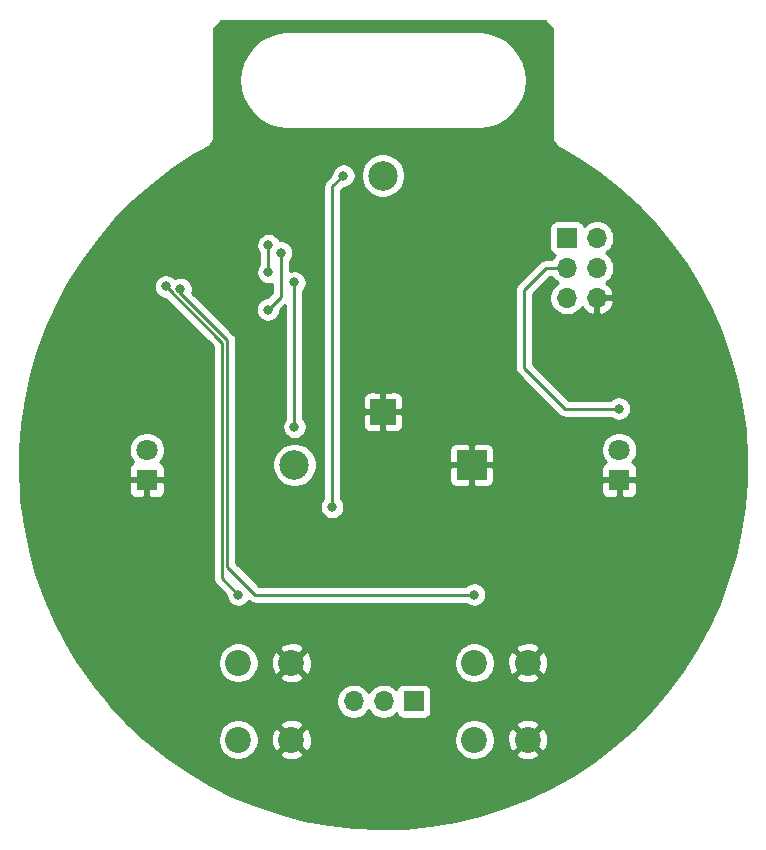
<source format=gbr>
G04 #@! TF.GenerationSoftware,KiCad,Pcbnew,(5.1.6)-1*
G04 #@! TF.CreationDate,2020-10-13T14:36:48-04:00*
G04 #@! TF.ProjectId,Ornament,4f726e61-6d65-46e7-942e-6b696361645f,rev?*
G04 #@! TF.SameCoordinates,Original*
G04 #@! TF.FileFunction,Copper,L2,Bot*
G04 #@! TF.FilePolarity,Positive*
%FSLAX46Y46*%
G04 Gerber Fmt 4.6, Leading zero omitted, Abs format (unit mm)*
G04 Created by KiCad (PCBNEW (5.1.6)-1) date 2020-10-13 14:36:48*
%MOMM*%
%LPD*%
G01*
G04 APERTURE LIST*
G04 #@! TA.AperFunction,ComponentPad*
%ADD10C,2.500000*%
G04 #@! TD*
G04 #@! TA.AperFunction,ComponentPad*
%ADD11R,2.500000X2.500000*%
G04 #@! TD*
G04 #@! TA.AperFunction,ComponentPad*
%ADD12R,1.700000X1.700000*%
G04 #@! TD*
G04 #@! TA.AperFunction,ComponentPad*
%ADD13O,1.700000X1.700000*%
G04 #@! TD*
G04 #@! TA.AperFunction,ComponentPad*
%ADD14R,2.170000X2.170000*%
G04 #@! TD*
G04 #@! TA.AperFunction,ComponentPad*
%ADD15C,1.800000*%
G04 #@! TD*
G04 #@! TA.AperFunction,ComponentPad*
%ADD16R,1.800000X1.800000*%
G04 #@! TD*
G04 #@! TA.AperFunction,ComponentPad*
%ADD17C,2.200000*%
G04 #@! TD*
G04 #@! TA.AperFunction,ViaPad*
%ADD18C,0.800000*%
G04 #@! TD*
G04 #@! TA.AperFunction,Conductor*
%ADD19C,0.250000*%
G04 #@! TD*
G04 #@! TA.AperFunction,Conductor*
%ADD20C,0.254000*%
G04 #@! TD*
G04 APERTURE END LIST*
D10*
X92500000Y-100000000D03*
D11*
X107500000Y-100000000D03*
D12*
X115575000Y-80772000D03*
D13*
X118115000Y-80772000D03*
X115575000Y-83312000D03*
X118115000Y-83312000D03*
X115575000Y-85852000D03*
X118115000Y-85852000D03*
D10*
X100000000Y-75504000D03*
D14*
X100000000Y-95504000D03*
D15*
X80000000Y-98730000D03*
D16*
X80000000Y-101270000D03*
X120000000Y-101270000D03*
D15*
X120000000Y-98730000D03*
D17*
X87750000Y-123250000D03*
X87750000Y-116750000D03*
X92250000Y-123250000D03*
X92250000Y-116750000D03*
X112250000Y-116750000D03*
X112250000Y-123250000D03*
X107750000Y-116750000D03*
X107750000Y-123250000D03*
D12*
X102600000Y-120000000D03*
D13*
X100060000Y-120000000D03*
X97520000Y-120000000D03*
D18*
X96650000Y-75500000D03*
X95700000Y-103550000D03*
X107725000Y-110975000D03*
X87750000Y-84825000D03*
X90250000Y-86850000D03*
X91375000Y-82025000D03*
X90300000Y-83675000D03*
X90300153Y-81399847D03*
X119975000Y-95225000D03*
X92500000Y-84550000D03*
X92500000Y-96775000D03*
X87750000Y-110975000D03*
X81609357Y-84879735D03*
X82855605Y-85100677D03*
D19*
X96650000Y-75500000D02*
X95725000Y-76425000D01*
X95725000Y-76425000D02*
X95725000Y-103525000D01*
X95725000Y-103525000D02*
X95700000Y-103550000D01*
X90250000Y-86850000D02*
X91350000Y-85750000D01*
X91350000Y-85750000D02*
X91350000Y-82050000D01*
X91350000Y-82050000D02*
X91375000Y-82025000D01*
X90300000Y-83675000D02*
X90300000Y-81400000D01*
X90300000Y-81400000D02*
X90300153Y-81399847D01*
X119975000Y-95225000D02*
X115400000Y-95225000D01*
X115400000Y-95225000D02*
X111950000Y-91775000D01*
X111950000Y-91775000D02*
X111950000Y-85175000D01*
X113813000Y-83312000D02*
X115575000Y-83312000D01*
X111950000Y-85175000D02*
X113813000Y-83312000D01*
X92500000Y-96775000D02*
X92500000Y-84550000D01*
X87750000Y-110975000D02*
X86375000Y-109600000D01*
X86375000Y-109600000D02*
X86375000Y-89645378D01*
X86375000Y-89645378D02*
X81609357Y-84879735D01*
X82706282Y-85250000D02*
X82706282Y-85340250D01*
X82855605Y-85100677D02*
X82706282Y-85250000D01*
X82706282Y-85340250D02*
X86825010Y-89458978D01*
X86825010Y-89458978D02*
X86825010Y-108625010D01*
X89175000Y-110975000D02*
X87175000Y-108975000D01*
X107725000Y-110975000D02*
X89175000Y-110975000D01*
X86825010Y-108625010D02*
X87175000Y-108975000D01*
X87175000Y-108975000D02*
X87800000Y-109600000D01*
D20*
G36*
X114340000Y-63051381D02*
G01*
X114340001Y-72422419D01*
X114349551Y-72519383D01*
X114387291Y-72643793D01*
X114448576Y-72758450D01*
X114531053Y-72858948D01*
X114631551Y-72941425D01*
X114676721Y-72965568D01*
X116534463Y-74060492D01*
X118303637Y-75277067D01*
X119983634Y-76614087D01*
X121566281Y-78065049D01*
X123043839Y-79622856D01*
X124409142Y-81279949D01*
X125655533Y-83028253D01*
X126776924Y-84859231D01*
X127767866Y-86763983D01*
X128623522Y-88733210D01*
X129339731Y-90757342D01*
X129912994Y-92826481D01*
X130340526Y-94930579D01*
X130620243Y-97059378D01*
X130750781Y-99202507D01*
X130731505Y-101349511D01*
X130562508Y-103489938D01*
X130244610Y-105613384D01*
X129779370Y-107709453D01*
X129169044Y-109767980D01*
X128416612Y-111778909D01*
X127525724Y-113732480D01*
X126500750Y-115619116D01*
X125346666Y-117429660D01*
X124069081Y-119155308D01*
X122674254Y-120787611D01*
X121168943Y-122318655D01*
X119560506Y-123740959D01*
X117856773Y-125047599D01*
X116066046Y-126232207D01*
X114197048Y-127289016D01*
X112258866Y-128212884D01*
X110260984Y-128999289D01*
X108213103Y-129644417D01*
X106125198Y-130145123D01*
X104007453Y-130498965D01*
X101870201Y-130704216D01*
X99723834Y-130759880D01*
X97578798Y-130665686D01*
X95445561Y-130422090D01*
X93334523Y-130030284D01*
X91255950Y-129492171D01*
X89219982Y-128810376D01*
X87236536Y-127988222D01*
X85315263Y-127029706D01*
X83465537Y-125939508D01*
X81696363Y-124722933D01*
X80016373Y-123385919D01*
X79681727Y-123079117D01*
X86015000Y-123079117D01*
X86015000Y-123420883D01*
X86081675Y-123756081D01*
X86212463Y-124071831D01*
X86402337Y-124355998D01*
X86644002Y-124597663D01*
X86928169Y-124787537D01*
X87243919Y-124918325D01*
X87579117Y-124985000D01*
X87920883Y-124985000D01*
X88256081Y-124918325D01*
X88571831Y-124787537D01*
X88855998Y-124597663D01*
X88996949Y-124456712D01*
X91222893Y-124456712D01*
X91330726Y-124731338D01*
X91637384Y-124882216D01*
X91967585Y-124970369D01*
X92308639Y-124992409D01*
X92647439Y-124947489D01*
X92970966Y-124837336D01*
X93169274Y-124731338D01*
X93277107Y-124456712D01*
X92250000Y-123429605D01*
X91222893Y-124456712D01*
X88996949Y-124456712D01*
X89097663Y-124355998D01*
X89287537Y-124071831D01*
X89418325Y-123756081D01*
X89485000Y-123420883D01*
X89485000Y-123308639D01*
X90507591Y-123308639D01*
X90552511Y-123647439D01*
X90662664Y-123970966D01*
X90768662Y-124169274D01*
X91043288Y-124277107D01*
X92070395Y-123250000D01*
X92429605Y-123250000D01*
X93456712Y-124277107D01*
X93731338Y-124169274D01*
X93882216Y-123862616D01*
X93970369Y-123532415D01*
X93992409Y-123191361D01*
X93977528Y-123079117D01*
X106015000Y-123079117D01*
X106015000Y-123420883D01*
X106081675Y-123756081D01*
X106212463Y-124071831D01*
X106402337Y-124355998D01*
X106644002Y-124597663D01*
X106928169Y-124787537D01*
X107243919Y-124918325D01*
X107579117Y-124985000D01*
X107920883Y-124985000D01*
X108256081Y-124918325D01*
X108571831Y-124787537D01*
X108855998Y-124597663D01*
X108996949Y-124456712D01*
X111222893Y-124456712D01*
X111330726Y-124731338D01*
X111637384Y-124882216D01*
X111967585Y-124970369D01*
X112308639Y-124992409D01*
X112647439Y-124947489D01*
X112970966Y-124837336D01*
X113169274Y-124731338D01*
X113277107Y-124456712D01*
X112250000Y-123429605D01*
X111222893Y-124456712D01*
X108996949Y-124456712D01*
X109097663Y-124355998D01*
X109287537Y-124071831D01*
X109418325Y-123756081D01*
X109485000Y-123420883D01*
X109485000Y-123308639D01*
X110507591Y-123308639D01*
X110552511Y-123647439D01*
X110662664Y-123970966D01*
X110768662Y-124169274D01*
X111043288Y-124277107D01*
X112070395Y-123250000D01*
X112429605Y-123250000D01*
X113456712Y-124277107D01*
X113731338Y-124169274D01*
X113882216Y-123862616D01*
X113970369Y-123532415D01*
X113992409Y-123191361D01*
X113947489Y-122852561D01*
X113837336Y-122529034D01*
X113731338Y-122330726D01*
X113456712Y-122222893D01*
X112429605Y-123250000D01*
X112070395Y-123250000D01*
X111043288Y-122222893D01*
X110768662Y-122330726D01*
X110617784Y-122637384D01*
X110529631Y-122967585D01*
X110507591Y-123308639D01*
X109485000Y-123308639D01*
X109485000Y-123079117D01*
X109418325Y-122743919D01*
X109287537Y-122428169D01*
X109097663Y-122144002D01*
X108996949Y-122043288D01*
X111222893Y-122043288D01*
X112250000Y-123070395D01*
X113277107Y-122043288D01*
X113169274Y-121768662D01*
X112862616Y-121617784D01*
X112532415Y-121529631D01*
X112191361Y-121507591D01*
X111852561Y-121552511D01*
X111529034Y-121662664D01*
X111330726Y-121768662D01*
X111222893Y-122043288D01*
X108996949Y-122043288D01*
X108855998Y-121902337D01*
X108571831Y-121712463D01*
X108256081Y-121581675D01*
X107920883Y-121515000D01*
X107579117Y-121515000D01*
X107243919Y-121581675D01*
X106928169Y-121712463D01*
X106644002Y-121902337D01*
X106402337Y-122144002D01*
X106212463Y-122428169D01*
X106081675Y-122743919D01*
X106015000Y-123079117D01*
X93977528Y-123079117D01*
X93947489Y-122852561D01*
X93837336Y-122529034D01*
X93731338Y-122330726D01*
X93456712Y-122222893D01*
X92429605Y-123250000D01*
X92070395Y-123250000D01*
X91043288Y-122222893D01*
X90768662Y-122330726D01*
X90617784Y-122637384D01*
X90529631Y-122967585D01*
X90507591Y-123308639D01*
X89485000Y-123308639D01*
X89485000Y-123079117D01*
X89418325Y-122743919D01*
X89287537Y-122428169D01*
X89097663Y-122144002D01*
X88996949Y-122043288D01*
X91222893Y-122043288D01*
X92250000Y-123070395D01*
X93277107Y-122043288D01*
X93169274Y-121768662D01*
X92862616Y-121617784D01*
X92532415Y-121529631D01*
X92191361Y-121507591D01*
X91852561Y-121552511D01*
X91529034Y-121662664D01*
X91330726Y-121768662D01*
X91222893Y-122043288D01*
X88996949Y-122043288D01*
X88855998Y-121902337D01*
X88571831Y-121712463D01*
X88256081Y-121581675D01*
X87920883Y-121515000D01*
X87579117Y-121515000D01*
X87243919Y-121581675D01*
X86928169Y-121712463D01*
X86644002Y-121902337D01*
X86402337Y-122144002D01*
X86212463Y-122428169D01*
X86081675Y-122743919D01*
X86015000Y-123079117D01*
X79681727Y-123079117D01*
X78433726Y-121934958D01*
X76956160Y-120377144D01*
X76524921Y-119853740D01*
X96035000Y-119853740D01*
X96035000Y-120146260D01*
X96092068Y-120433158D01*
X96204010Y-120703411D01*
X96366525Y-120946632D01*
X96573368Y-121153475D01*
X96816589Y-121315990D01*
X97086842Y-121427932D01*
X97373740Y-121485000D01*
X97666260Y-121485000D01*
X97953158Y-121427932D01*
X98223411Y-121315990D01*
X98466632Y-121153475D01*
X98673475Y-120946632D01*
X98790000Y-120772240D01*
X98906525Y-120946632D01*
X99113368Y-121153475D01*
X99356589Y-121315990D01*
X99626842Y-121427932D01*
X99913740Y-121485000D01*
X100206260Y-121485000D01*
X100493158Y-121427932D01*
X100763411Y-121315990D01*
X101006632Y-121153475D01*
X101138487Y-121021620D01*
X101160498Y-121094180D01*
X101219463Y-121204494D01*
X101298815Y-121301185D01*
X101395506Y-121380537D01*
X101505820Y-121439502D01*
X101625518Y-121475812D01*
X101750000Y-121488072D01*
X103450000Y-121488072D01*
X103574482Y-121475812D01*
X103694180Y-121439502D01*
X103804494Y-121380537D01*
X103901185Y-121301185D01*
X103980537Y-121204494D01*
X104039502Y-121094180D01*
X104075812Y-120974482D01*
X104088072Y-120850000D01*
X104088072Y-119150000D01*
X104075812Y-119025518D01*
X104039502Y-118905820D01*
X103980537Y-118795506D01*
X103901185Y-118698815D01*
X103804494Y-118619463D01*
X103694180Y-118560498D01*
X103574482Y-118524188D01*
X103450000Y-118511928D01*
X101750000Y-118511928D01*
X101625518Y-118524188D01*
X101505820Y-118560498D01*
X101395506Y-118619463D01*
X101298815Y-118698815D01*
X101219463Y-118795506D01*
X101160498Y-118905820D01*
X101138487Y-118978380D01*
X101006632Y-118846525D01*
X100763411Y-118684010D01*
X100493158Y-118572068D01*
X100206260Y-118515000D01*
X99913740Y-118515000D01*
X99626842Y-118572068D01*
X99356589Y-118684010D01*
X99113368Y-118846525D01*
X98906525Y-119053368D01*
X98790000Y-119227760D01*
X98673475Y-119053368D01*
X98466632Y-118846525D01*
X98223411Y-118684010D01*
X97953158Y-118572068D01*
X97666260Y-118515000D01*
X97373740Y-118515000D01*
X97086842Y-118572068D01*
X96816589Y-118684010D01*
X96573368Y-118846525D01*
X96366525Y-119053368D01*
X96204010Y-119296589D01*
X96092068Y-119566842D01*
X96035000Y-119853740D01*
X76524921Y-119853740D01*
X75590853Y-118720044D01*
X74344468Y-116971747D01*
X74104000Y-116579117D01*
X86015000Y-116579117D01*
X86015000Y-116920883D01*
X86081675Y-117256081D01*
X86212463Y-117571831D01*
X86402337Y-117855998D01*
X86644002Y-118097663D01*
X86928169Y-118287537D01*
X87243919Y-118418325D01*
X87579117Y-118485000D01*
X87920883Y-118485000D01*
X88256081Y-118418325D01*
X88571831Y-118287537D01*
X88855998Y-118097663D01*
X88996949Y-117956712D01*
X91222893Y-117956712D01*
X91330726Y-118231338D01*
X91637384Y-118382216D01*
X91967585Y-118470369D01*
X92308639Y-118492409D01*
X92647439Y-118447489D01*
X92970966Y-118337336D01*
X93169274Y-118231338D01*
X93277107Y-117956712D01*
X92250000Y-116929605D01*
X91222893Y-117956712D01*
X88996949Y-117956712D01*
X89097663Y-117855998D01*
X89287537Y-117571831D01*
X89418325Y-117256081D01*
X89485000Y-116920883D01*
X89485000Y-116808639D01*
X90507591Y-116808639D01*
X90552511Y-117147439D01*
X90662664Y-117470966D01*
X90768662Y-117669274D01*
X91043288Y-117777107D01*
X92070395Y-116750000D01*
X92429605Y-116750000D01*
X93456712Y-117777107D01*
X93731338Y-117669274D01*
X93882216Y-117362616D01*
X93970369Y-117032415D01*
X93992409Y-116691361D01*
X93977528Y-116579117D01*
X106015000Y-116579117D01*
X106015000Y-116920883D01*
X106081675Y-117256081D01*
X106212463Y-117571831D01*
X106402337Y-117855998D01*
X106644002Y-118097663D01*
X106928169Y-118287537D01*
X107243919Y-118418325D01*
X107579117Y-118485000D01*
X107920883Y-118485000D01*
X108256081Y-118418325D01*
X108571831Y-118287537D01*
X108855998Y-118097663D01*
X108996949Y-117956712D01*
X111222893Y-117956712D01*
X111330726Y-118231338D01*
X111637384Y-118382216D01*
X111967585Y-118470369D01*
X112308639Y-118492409D01*
X112647439Y-118447489D01*
X112970966Y-118337336D01*
X113169274Y-118231338D01*
X113277107Y-117956712D01*
X112250000Y-116929605D01*
X111222893Y-117956712D01*
X108996949Y-117956712D01*
X109097663Y-117855998D01*
X109287537Y-117571831D01*
X109418325Y-117256081D01*
X109485000Y-116920883D01*
X109485000Y-116808639D01*
X110507591Y-116808639D01*
X110552511Y-117147439D01*
X110662664Y-117470966D01*
X110768662Y-117669274D01*
X111043288Y-117777107D01*
X112070395Y-116750000D01*
X112429605Y-116750000D01*
X113456712Y-117777107D01*
X113731338Y-117669274D01*
X113882216Y-117362616D01*
X113970369Y-117032415D01*
X113992409Y-116691361D01*
X113947489Y-116352561D01*
X113837336Y-116029034D01*
X113731338Y-115830726D01*
X113456712Y-115722893D01*
X112429605Y-116750000D01*
X112070395Y-116750000D01*
X111043288Y-115722893D01*
X110768662Y-115830726D01*
X110617784Y-116137384D01*
X110529631Y-116467585D01*
X110507591Y-116808639D01*
X109485000Y-116808639D01*
X109485000Y-116579117D01*
X109418325Y-116243919D01*
X109287537Y-115928169D01*
X109097663Y-115644002D01*
X108996949Y-115543288D01*
X111222893Y-115543288D01*
X112250000Y-116570395D01*
X113277107Y-115543288D01*
X113169274Y-115268662D01*
X112862616Y-115117784D01*
X112532415Y-115029631D01*
X112191361Y-115007591D01*
X111852561Y-115052511D01*
X111529034Y-115162664D01*
X111330726Y-115268662D01*
X111222893Y-115543288D01*
X108996949Y-115543288D01*
X108855998Y-115402337D01*
X108571831Y-115212463D01*
X108256081Y-115081675D01*
X107920883Y-115015000D01*
X107579117Y-115015000D01*
X107243919Y-115081675D01*
X106928169Y-115212463D01*
X106644002Y-115402337D01*
X106402337Y-115644002D01*
X106212463Y-115928169D01*
X106081675Y-116243919D01*
X106015000Y-116579117D01*
X93977528Y-116579117D01*
X93947489Y-116352561D01*
X93837336Y-116029034D01*
X93731338Y-115830726D01*
X93456712Y-115722893D01*
X92429605Y-116750000D01*
X92070395Y-116750000D01*
X91043288Y-115722893D01*
X90768662Y-115830726D01*
X90617784Y-116137384D01*
X90529631Y-116467585D01*
X90507591Y-116808639D01*
X89485000Y-116808639D01*
X89485000Y-116579117D01*
X89418325Y-116243919D01*
X89287537Y-115928169D01*
X89097663Y-115644002D01*
X88996949Y-115543288D01*
X91222893Y-115543288D01*
X92250000Y-116570395D01*
X93277107Y-115543288D01*
X93169274Y-115268662D01*
X92862616Y-115117784D01*
X92532415Y-115029631D01*
X92191361Y-115007591D01*
X91852561Y-115052511D01*
X91529034Y-115162664D01*
X91330726Y-115268662D01*
X91222893Y-115543288D01*
X88996949Y-115543288D01*
X88855998Y-115402337D01*
X88571831Y-115212463D01*
X88256081Y-115081675D01*
X87920883Y-115015000D01*
X87579117Y-115015000D01*
X87243919Y-115081675D01*
X86928169Y-115212463D01*
X86644002Y-115402337D01*
X86402337Y-115644002D01*
X86212463Y-115928169D01*
X86081675Y-116243919D01*
X86015000Y-116579117D01*
X74104000Y-116579117D01*
X73223080Y-115140775D01*
X72232134Y-113236017D01*
X71376478Y-111266790D01*
X70660269Y-109242658D01*
X70087006Y-107173519D01*
X69659474Y-105069421D01*
X69379757Y-102940622D01*
X69332819Y-102170000D01*
X78461928Y-102170000D01*
X78474188Y-102294482D01*
X78510498Y-102414180D01*
X78569463Y-102524494D01*
X78648815Y-102621185D01*
X78745506Y-102700537D01*
X78855820Y-102759502D01*
X78975518Y-102795812D01*
X79100000Y-102808072D01*
X79714250Y-102805000D01*
X79873000Y-102646250D01*
X79873000Y-101397000D01*
X80127000Y-101397000D01*
X80127000Y-102646250D01*
X80285750Y-102805000D01*
X80900000Y-102808072D01*
X81024482Y-102795812D01*
X81144180Y-102759502D01*
X81254494Y-102700537D01*
X81351185Y-102621185D01*
X81430537Y-102524494D01*
X81489502Y-102414180D01*
X81525812Y-102294482D01*
X81538072Y-102170000D01*
X81535000Y-101555750D01*
X81376250Y-101397000D01*
X80127000Y-101397000D01*
X79873000Y-101397000D01*
X78623750Y-101397000D01*
X78465000Y-101555750D01*
X78461928Y-102170000D01*
X69332819Y-102170000D01*
X69249219Y-100797493D01*
X69253057Y-100370000D01*
X78461928Y-100370000D01*
X78465000Y-100984250D01*
X78623750Y-101143000D01*
X79873000Y-101143000D01*
X79873000Y-101123000D01*
X80127000Y-101123000D01*
X80127000Y-101143000D01*
X81376250Y-101143000D01*
X81535000Y-100984250D01*
X81538072Y-100370000D01*
X81525812Y-100245518D01*
X81489502Y-100125820D01*
X81430537Y-100015506D01*
X81351185Y-99918815D01*
X81254494Y-99839463D01*
X81144180Y-99780498D01*
X81125873Y-99774944D01*
X81192312Y-99708505D01*
X81360299Y-99457095D01*
X81476011Y-99177743D01*
X81535000Y-98881184D01*
X81535000Y-98578816D01*
X81476011Y-98282257D01*
X81360299Y-98002905D01*
X81192312Y-97751495D01*
X80978505Y-97537688D01*
X80727095Y-97369701D01*
X80447743Y-97253989D01*
X80151184Y-97195000D01*
X79848816Y-97195000D01*
X79552257Y-97253989D01*
X79272905Y-97369701D01*
X79021495Y-97537688D01*
X78807688Y-97751495D01*
X78639701Y-98002905D01*
X78523989Y-98282257D01*
X78465000Y-98578816D01*
X78465000Y-98881184D01*
X78523989Y-99177743D01*
X78639701Y-99457095D01*
X78807688Y-99708505D01*
X78874127Y-99774944D01*
X78855820Y-99780498D01*
X78745506Y-99839463D01*
X78648815Y-99918815D01*
X78569463Y-100015506D01*
X78510498Y-100125820D01*
X78474188Y-100245518D01*
X78461928Y-100370000D01*
X69253057Y-100370000D01*
X69268495Y-98650490D01*
X69437493Y-96510060D01*
X69755390Y-94386616D01*
X70220630Y-92290547D01*
X70830959Y-90232012D01*
X71583388Y-88221091D01*
X72474270Y-86267531D01*
X73283614Y-84777796D01*
X80574357Y-84777796D01*
X80574357Y-84981674D01*
X80614131Y-85181633D01*
X80692152Y-85369991D01*
X80805420Y-85539509D01*
X80949583Y-85683672D01*
X81119101Y-85796940D01*
X81307459Y-85874961D01*
X81507418Y-85914735D01*
X81569556Y-85914735D01*
X85615001Y-89960181D01*
X85615000Y-109562678D01*
X85611324Y-109600000D01*
X85615000Y-109637322D01*
X85615000Y-109637332D01*
X85625997Y-109748985D01*
X85655508Y-109846270D01*
X85669454Y-109892246D01*
X85740026Y-110024276D01*
X85767535Y-110057795D01*
X85834999Y-110140001D01*
X85864003Y-110163804D01*
X86715000Y-111014802D01*
X86715000Y-111076939D01*
X86754774Y-111276898D01*
X86832795Y-111465256D01*
X86946063Y-111634774D01*
X87090226Y-111778937D01*
X87259744Y-111892205D01*
X87448102Y-111970226D01*
X87648061Y-112010000D01*
X87851939Y-112010000D01*
X88051898Y-111970226D01*
X88240256Y-111892205D01*
X88409774Y-111778937D01*
X88553937Y-111634774D01*
X88634430Y-111514308D01*
X88634999Y-111515001D01*
X88663997Y-111538799D01*
X88750723Y-111609974D01*
X88876194Y-111677040D01*
X88882753Y-111680546D01*
X89026014Y-111724003D01*
X89137667Y-111735000D01*
X89137676Y-111735000D01*
X89174999Y-111738676D01*
X89212322Y-111735000D01*
X107021289Y-111735000D01*
X107065226Y-111778937D01*
X107234744Y-111892205D01*
X107423102Y-111970226D01*
X107623061Y-112010000D01*
X107826939Y-112010000D01*
X108026898Y-111970226D01*
X108215256Y-111892205D01*
X108384774Y-111778937D01*
X108528937Y-111634774D01*
X108642205Y-111465256D01*
X108720226Y-111276898D01*
X108760000Y-111076939D01*
X108760000Y-110873061D01*
X108720226Y-110673102D01*
X108642205Y-110484744D01*
X108528937Y-110315226D01*
X108384774Y-110171063D01*
X108215256Y-110057795D01*
X108026898Y-109979774D01*
X107826939Y-109940000D01*
X107623061Y-109940000D01*
X107423102Y-109979774D01*
X107234744Y-110057795D01*
X107065226Y-110171063D01*
X107021289Y-110215000D01*
X89489802Y-110215000D01*
X88363807Y-109089005D01*
X88363799Y-109088996D01*
X87686002Y-108411201D01*
X87585010Y-108310209D01*
X87585010Y-103448061D01*
X94665000Y-103448061D01*
X94665000Y-103651939D01*
X94704774Y-103851898D01*
X94782795Y-104040256D01*
X94896063Y-104209774D01*
X95040226Y-104353937D01*
X95209744Y-104467205D01*
X95398102Y-104545226D01*
X95598061Y-104585000D01*
X95801939Y-104585000D01*
X96001898Y-104545226D01*
X96190256Y-104467205D01*
X96359774Y-104353937D01*
X96503937Y-104209774D01*
X96617205Y-104040256D01*
X96695226Y-103851898D01*
X96735000Y-103651939D01*
X96735000Y-103448061D01*
X96695226Y-103248102D01*
X96617205Y-103059744D01*
X96503937Y-102890226D01*
X96485000Y-102871289D01*
X96485000Y-102170000D01*
X118461928Y-102170000D01*
X118474188Y-102294482D01*
X118510498Y-102414180D01*
X118569463Y-102524494D01*
X118648815Y-102621185D01*
X118745506Y-102700537D01*
X118855820Y-102759502D01*
X118975518Y-102795812D01*
X119100000Y-102808072D01*
X119714250Y-102805000D01*
X119873000Y-102646250D01*
X119873000Y-101397000D01*
X120127000Y-101397000D01*
X120127000Y-102646250D01*
X120285750Y-102805000D01*
X120900000Y-102808072D01*
X121024482Y-102795812D01*
X121144180Y-102759502D01*
X121254494Y-102700537D01*
X121351185Y-102621185D01*
X121430537Y-102524494D01*
X121489502Y-102414180D01*
X121525812Y-102294482D01*
X121538072Y-102170000D01*
X121535000Y-101555750D01*
X121376250Y-101397000D01*
X120127000Y-101397000D01*
X119873000Y-101397000D01*
X118623750Y-101397000D01*
X118465000Y-101555750D01*
X118461928Y-102170000D01*
X96485000Y-102170000D01*
X96485000Y-101250000D01*
X105611928Y-101250000D01*
X105624188Y-101374482D01*
X105660498Y-101494180D01*
X105719463Y-101604494D01*
X105798815Y-101701185D01*
X105895506Y-101780537D01*
X106005820Y-101839502D01*
X106125518Y-101875812D01*
X106250000Y-101888072D01*
X107214250Y-101885000D01*
X107373000Y-101726250D01*
X107373000Y-100127000D01*
X107627000Y-100127000D01*
X107627000Y-101726250D01*
X107785750Y-101885000D01*
X108750000Y-101888072D01*
X108874482Y-101875812D01*
X108994180Y-101839502D01*
X109104494Y-101780537D01*
X109201185Y-101701185D01*
X109280537Y-101604494D01*
X109339502Y-101494180D01*
X109375812Y-101374482D01*
X109388072Y-101250000D01*
X109385269Y-100370000D01*
X118461928Y-100370000D01*
X118465000Y-100984250D01*
X118623750Y-101143000D01*
X119873000Y-101143000D01*
X119873000Y-101123000D01*
X120127000Y-101123000D01*
X120127000Y-101143000D01*
X121376250Y-101143000D01*
X121535000Y-100984250D01*
X121538072Y-100370000D01*
X121525812Y-100245518D01*
X121489502Y-100125820D01*
X121430537Y-100015506D01*
X121351185Y-99918815D01*
X121254494Y-99839463D01*
X121144180Y-99780498D01*
X121125873Y-99774944D01*
X121192312Y-99708505D01*
X121360299Y-99457095D01*
X121476011Y-99177743D01*
X121535000Y-98881184D01*
X121535000Y-98578816D01*
X121476011Y-98282257D01*
X121360299Y-98002905D01*
X121192312Y-97751495D01*
X120978505Y-97537688D01*
X120727095Y-97369701D01*
X120447743Y-97253989D01*
X120151184Y-97195000D01*
X119848816Y-97195000D01*
X119552257Y-97253989D01*
X119272905Y-97369701D01*
X119021495Y-97537688D01*
X118807688Y-97751495D01*
X118639701Y-98002905D01*
X118523989Y-98282257D01*
X118465000Y-98578816D01*
X118465000Y-98881184D01*
X118523989Y-99177743D01*
X118639701Y-99457095D01*
X118807688Y-99708505D01*
X118874127Y-99774944D01*
X118855820Y-99780498D01*
X118745506Y-99839463D01*
X118648815Y-99918815D01*
X118569463Y-100015506D01*
X118510498Y-100125820D01*
X118474188Y-100245518D01*
X118461928Y-100370000D01*
X109385269Y-100370000D01*
X109385000Y-100285750D01*
X109226250Y-100127000D01*
X107627000Y-100127000D01*
X107373000Y-100127000D01*
X105773750Y-100127000D01*
X105615000Y-100285750D01*
X105611928Y-101250000D01*
X96485000Y-101250000D01*
X96485000Y-98750000D01*
X105611928Y-98750000D01*
X105615000Y-99714250D01*
X105773750Y-99873000D01*
X107373000Y-99873000D01*
X107373000Y-98273750D01*
X107627000Y-98273750D01*
X107627000Y-99873000D01*
X109226250Y-99873000D01*
X109385000Y-99714250D01*
X109388072Y-98750000D01*
X109375812Y-98625518D01*
X109339502Y-98505820D01*
X109280537Y-98395506D01*
X109201185Y-98298815D01*
X109104494Y-98219463D01*
X108994180Y-98160498D01*
X108874482Y-98124188D01*
X108750000Y-98111928D01*
X107785750Y-98115000D01*
X107627000Y-98273750D01*
X107373000Y-98273750D01*
X107214250Y-98115000D01*
X106250000Y-98111928D01*
X106125518Y-98124188D01*
X106005820Y-98160498D01*
X105895506Y-98219463D01*
X105798815Y-98298815D01*
X105719463Y-98395506D01*
X105660498Y-98505820D01*
X105624188Y-98625518D01*
X105611928Y-98750000D01*
X96485000Y-98750000D01*
X96485000Y-96589000D01*
X98276928Y-96589000D01*
X98289188Y-96713482D01*
X98325498Y-96833180D01*
X98384463Y-96943494D01*
X98463815Y-97040185D01*
X98560506Y-97119537D01*
X98670820Y-97178502D01*
X98790518Y-97214812D01*
X98915000Y-97227072D01*
X99714250Y-97224000D01*
X99873000Y-97065250D01*
X99873000Y-95631000D01*
X100127000Y-95631000D01*
X100127000Y-97065250D01*
X100285750Y-97224000D01*
X101085000Y-97227072D01*
X101209482Y-97214812D01*
X101329180Y-97178502D01*
X101439494Y-97119537D01*
X101536185Y-97040185D01*
X101615537Y-96943494D01*
X101674502Y-96833180D01*
X101710812Y-96713482D01*
X101723072Y-96589000D01*
X101720000Y-95789750D01*
X101561250Y-95631000D01*
X100127000Y-95631000D01*
X99873000Y-95631000D01*
X98438750Y-95631000D01*
X98280000Y-95789750D01*
X98276928Y-96589000D01*
X96485000Y-96589000D01*
X96485000Y-94419000D01*
X98276928Y-94419000D01*
X98280000Y-95218250D01*
X98438750Y-95377000D01*
X99873000Y-95377000D01*
X99873000Y-93942750D01*
X100127000Y-93942750D01*
X100127000Y-95377000D01*
X101561250Y-95377000D01*
X101720000Y-95218250D01*
X101723072Y-94419000D01*
X101710812Y-94294518D01*
X101674502Y-94174820D01*
X101615537Y-94064506D01*
X101536185Y-93967815D01*
X101439494Y-93888463D01*
X101329180Y-93829498D01*
X101209482Y-93793188D01*
X101085000Y-93780928D01*
X100285750Y-93784000D01*
X100127000Y-93942750D01*
X99873000Y-93942750D01*
X99714250Y-93784000D01*
X98915000Y-93780928D01*
X98790518Y-93793188D01*
X98670820Y-93829498D01*
X98560506Y-93888463D01*
X98463815Y-93967815D01*
X98384463Y-94064506D01*
X98325498Y-94174820D01*
X98289188Y-94294518D01*
X98276928Y-94419000D01*
X96485000Y-94419000D01*
X96485000Y-85175000D01*
X111186324Y-85175000D01*
X111190001Y-85212332D01*
X111190000Y-91737677D01*
X111186324Y-91775000D01*
X111190000Y-91812322D01*
X111190000Y-91812332D01*
X111200997Y-91923985D01*
X111243099Y-92062779D01*
X111244454Y-92067246D01*
X111315026Y-92199276D01*
X111351496Y-92243714D01*
X111409999Y-92315001D01*
X111439003Y-92338804D01*
X114836201Y-95736003D01*
X114859999Y-95765001D01*
X114975724Y-95859974D01*
X115107753Y-95930546D01*
X115251014Y-95974003D01*
X115362667Y-95985000D01*
X115362675Y-95985000D01*
X115400000Y-95988676D01*
X115437325Y-95985000D01*
X119271289Y-95985000D01*
X119315226Y-96028937D01*
X119484744Y-96142205D01*
X119673102Y-96220226D01*
X119873061Y-96260000D01*
X120076939Y-96260000D01*
X120276898Y-96220226D01*
X120465256Y-96142205D01*
X120634774Y-96028937D01*
X120778937Y-95884774D01*
X120892205Y-95715256D01*
X120970226Y-95526898D01*
X121010000Y-95326939D01*
X121010000Y-95123061D01*
X120970226Y-94923102D01*
X120892205Y-94734744D01*
X120778937Y-94565226D01*
X120634774Y-94421063D01*
X120465256Y-94307795D01*
X120276898Y-94229774D01*
X120076939Y-94190000D01*
X119873061Y-94190000D01*
X119673102Y-94229774D01*
X119484744Y-94307795D01*
X119315226Y-94421063D01*
X119271289Y-94465000D01*
X115714802Y-94465000D01*
X112710000Y-91460199D01*
X112710000Y-85489801D01*
X114127802Y-84072000D01*
X114296822Y-84072000D01*
X114421525Y-84258632D01*
X114628368Y-84465475D01*
X114802760Y-84582000D01*
X114628368Y-84698525D01*
X114421525Y-84905368D01*
X114259010Y-85148589D01*
X114147068Y-85418842D01*
X114090000Y-85705740D01*
X114090000Y-85998260D01*
X114147068Y-86285158D01*
X114259010Y-86555411D01*
X114421525Y-86798632D01*
X114628368Y-87005475D01*
X114871589Y-87167990D01*
X115141842Y-87279932D01*
X115428740Y-87337000D01*
X115721260Y-87337000D01*
X116008158Y-87279932D01*
X116278411Y-87167990D01*
X116521632Y-87005475D01*
X116728475Y-86798632D01*
X116846100Y-86622594D01*
X117017412Y-86852269D01*
X117233645Y-87047178D01*
X117483748Y-87196157D01*
X117758109Y-87293481D01*
X117988000Y-87172814D01*
X117988000Y-85979000D01*
X118242000Y-85979000D01*
X118242000Y-87172814D01*
X118471891Y-87293481D01*
X118746252Y-87196157D01*
X118996355Y-87047178D01*
X119212588Y-86852269D01*
X119386641Y-86618920D01*
X119511825Y-86356099D01*
X119556476Y-86208890D01*
X119435155Y-85979000D01*
X118242000Y-85979000D01*
X117988000Y-85979000D01*
X117968000Y-85979000D01*
X117968000Y-85725000D01*
X117988000Y-85725000D01*
X117988000Y-85705000D01*
X118242000Y-85705000D01*
X118242000Y-85725000D01*
X119435155Y-85725000D01*
X119556476Y-85495110D01*
X119511825Y-85347901D01*
X119386641Y-85085080D01*
X119212588Y-84851731D01*
X118996355Y-84656822D01*
X118879466Y-84587195D01*
X119061632Y-84465475D01*
X119268475Y-84258632D01*
X119430990Y-84015411D01*
X119542932Y-83745158D01*
X119600000Y-83458260D01*
X119600000Y-83165740D01*
X119542932Y-82878842D01*
X119430990Y-82608589D01*
X119268475Y-82365368D01*
X119061632Y-82158525D01*
X118887240Y-82042000D01*
X119061632Y-81925475D01*
X119268475Y-81718632D01*
X119430990Y-81475411D01*
X119542932Y-81205158D01*
X119600000Y-80918260D01*
X119600000Y-80625740D01*
X119542932Y-80338842D01*
X119430990Y-80068589D01*
X119268475Y-79825368D01*
X119061632Y-79618525D01*
X118818411Y-79456010D01*
X118548158Y-79344068D01*
X118261260Y-79287000D01*
X117968740Y-79287000D01*
X117681842Y-79344068D01*
X117411589Y-79456010D01*
X117168368Y-79618525D01*
X117036513Y-79750380D01*
X117014502Y-79677820D01*
X116955537Y-79567506D01*
X116876185Y-79470815D01*
X116779494Y-79391463D01*
X116669180Y-79332498D01*
X116549482Y-79296188D01*
X116425000Y-79283928D01*
X114725000Y-79283928D01*
X114600518Y-79296188D01*
X114480820Y-79332498D01*
X114370506Y-79391463D01*
X114273815Y-79470815D01*
X114194463Y-79567506D01*
X114135498Y-79677820D01*
X114099188Y-79797518D01*
X114086928Y-79922000D01*
X114086928Y-81622000D01*
X114099188Y-81746482D01*
X114135498Y-81866180D01*
X114194463Y-81976494D01*
X114273815Y-82073185D01*
X114370506Y-82152537D01*
X114480820Y-82211502D01*
X114553380Y-82233513D01*
X114421525Y-82365368D01*
X114296822Y-82552000D01*
X113850323Y-82552000D01*
X113813000Y-82548324D01*
X113775677Y-82552000D01*
X113775667Y-82552000D01*
X113664014Y-82562997D01*
X113520753Y-82606454D01*
X113388724Y-82677026D01*
X113272999Y-82771999D01*
X113249201Y-82800997D01*
X111438998Y-84611201D01*
X111410000Y-84634999D01*
X111386202Y-84663997D01*
X111386201Y-84663998D01*
X111315026Y-84750724D01*
X111244454Y-84882754D01*
X111233972Y-84917310D01*
X111200998Y-85026014D01*
X111193644Y-85100677D01*
X111186324Y-85175000D01*
X96485000Y-85175000D01*
X96485000Y-76739801D01*
X96689801Y-76535000D01*
X96751939Y-76535000D01*
X96951898Y-76495226D01*
X97140256Y-76417205D01*
X97309774Y-76303937D01*
X97453937Y-76159774D01*
X97567205Y-75990256D01*
X97645226Y-75801898D01*
X97685000Y-75601939D01*
X97685000Y-75398061D01*
X97669144Y-75318344D01*
X98115000Y-75318344D01*
X98115000Y-75689656D01*
X98187439Y-76053834D01*
X98329534Y-76396882D01*
X98535825Y-76705618D01*
X98798382Y-76968175D01*
X99107118Y-77174466D01*
X99450166Y-77316561D01*
X99814344Y-77389000D01*
X100185656Y-77389000D01*
X100549834Y-77316561D01*
X100892882Y-77174466D01*
X101201618Y-76968175D01*
X101464175Y-76705618D01*
X101670466Y-76396882D01*
X101812561Y-76053834D01*
X101885000Y-75689656D01*
X101885000Y-75318344D01*
X101812561Y-74954166D01*
X101670466Y-74611118D01*
X101464175Y-74302382D01*
X101201618Y-74039825D01*
X100892882Y-73833534D01*
X100549834Y-73691439D01*
X100185656Y-73619000D01*
X99814344Y-73619000D01*
X99450166Y-73691439D01*
X99107118Y-73833534D01*
X98798382Y-74039825D01*
X98535825Y-74302382D01*
X98329534Y-74611118D01*
X98187439Y-74954166D01*
X98115000Y-75318344D01*
X97669144Y-75318344D01*
X97645226Y-75198102D01*
X97567205Y-75009744D01*
X97453937Y-74840226D01*
X97309774Y-74696063D01*
X97140256Y-74582795D01*
X96951898Y-74504774D01*
X96751939Y-74465000D01*
X96548061Y-74465000D01*
X96348102Y-74504774D01*
X96159744Y-74582795D01*
X95990226Y-74696063D01*
X95846063Y-74840226D01*
X95732795Y-75009744D01*
X95654774Y-75198102D01*
X95615000Y-75398061D01*
X95615000Y-75460199D01*
X95214002Y-75861197D01*
X95184999Y-75884999D01*
X95142354Y-75936963D01*
X95090026Y-76000724D01*
X95051985Y-76071894D01*
X95019454Y-76132754D01*
X94975997Y-76276015D01*
X94965000Y-76387668D01*
X94965000Y-76387678D01*
X94961324Y-76425000D01*
X94965000Y-76462322D01*
X94965001Y-102821288D01*
X94896063Y-102890226D01*
X94782795Y-103059744D01*
X94704774Y-103248102D01*
X94665000Y-103448061D01*
X87585010Y-103448061D01*
X87585010Y-99814344D01*
X90615000Y-99814344D01*
X90615000Y-100185656D01*
X90687439Y-100549834D01*
X90829534Y-100892882D01*
X91035825Y-101201618D01*
X91298382Y-101464175D01*
X91607118Y-101670466D01*
X91950166Y-101812561D01*
X92314344Y-101885000D01*
X92685656Y-101885000D01*
X93049834Y-101812561D01*
X93392882Y-101670466D01*
X93701618Y-101464175D01*
X93964175Y-101201618D01*
X94170466Y-100892882D01*
X94312561Y-100549834D01*
X94385000Y-100185656D01*
X94385000Y-99814344D01*
X94312561Y-99450166D01*
X94170466Y-99107118D01*
X93964175Y-98798382D01*
X93701618Y-98535825D01*
X93392882Y-98329534D01*
X93049834Y-98187439D01*
X92685656Y-98115000D01*
X92314344Y-98115000D01*
X91950166Y-98187439D01*
X91607118Y-98329534D01*
X91298382Y-98535825D01*
X91035825Y-98798382D01*
X90829534Y-99107118D01*
X90687439Y-99450166D01*
X90615000Y-99814344D01*
X87585010Y-99814344D01*
X87585010Y-89496300D01*
X87588686Y-89458978D01*
X87585010Y-89421655D01*
X87585010Y-89421645D01*
X87574013Y-89309992D01*
X87530556Y-89166731D01*
X87497761Y-89105377D01*
X87459984Y-89034701D01*
X87388809Y-88947975D01*
X87365011Y-88918977D01*
X87336014Y-88895180D01*
X85188895Y-86748061D01*
X89215000Y-86748061D01*
X89215000Y-86951939D01*
X89254774Y-87151898D01*
X89332795Y-87340256D01*
X89446063Y-87509774D01*
X89590226Y-87653937D01*
X89759744Y-87767205D01*
X89948102Y-87845226D01*
X90148061Y-87885000D01*
X90351939Y-87885000D01*
X90551898Y-87845226D01*
X90740256Y-87767205D01*
X90909774Y-87653937D01*
X91053937Y-87509774D01*
X91167205Y-87340256D01*
X91245226Y-87151898D01*
X91285000Y-86951939D01*
X91285000Y-86889801D01*
X91740001Y-86434801D01*
X91740000Y-96071289D01*
X91696063Y-96115226D01*
X91582795Y-96284744D01*
X91504774Y-96473102D01*
X91465000Y-96673061D01*
X91465000Y-96876939D01*
X91504774Y-97076898D01*
X91582795Y-97265256D01*
X91696063Y-97434774D01*
X91840226Y-97578937D01*
X92009744Y-97692205D01*
X92198102Y-97770226D01*
X92398061Y-97810000D01*
X92601939Y-97810000D01*
X92801898Y-97770226D01*
X92990256Y-97692205D01*
X93159774Y-97578937D01*
X93303937Y-97434774D01*
X93417205Y-97265256D01*
X93495226Y-97076898D01*
X93535000Y-96876939D01*
X93535000Y-96673061D01*
X93495226Y-96473102D01*
X93417205Y-96284744D01*
X93303937Y-96115226D01*
X93260000Y-96071289D01*
X93260000Y-85253711D01*
X93303937Y-85209774D01*
X93417205Y-85040256D01*
X93495226Y-84851898D01*
X93535000Y-84651939D01*
X93535000Y-84448061D01*
X93495226Y-84248102D01*
X93417205Y-84059744D01*
X93303937Y-83890226D01*
X93159774Y-83746063D01*
X92990256Y-83632795D01*
X92801898Y-83554774D01*
X92601939Y-83515000D01*
X92398061Y-83515000D01*
X92198102Y-83554774D01*
X92110000Y-83591267D01*
X92110000Y-82753711D01*
X92178937Y-82684774D01*
X92292205Y-82515256D01*
X92370226Y-82326898D01*
X92410000Y-82126939D01*
X92410000Y-81923061D01*
X92370226Y-81723102D01*
X92292205Y-81534744D01*
X92178937Y-81365226D01*
X92034774Y-81221063D01*
X91865256Y-81107795D01*
X91676898Y-81029774D01*
X91476939Y-80990000D01*
X91273061Y-80990000D01*
X91252370Y-80994116D01*
X91217358Y-80909591D01*
X91104090Y-80740073D01*
X90959927Y-80595910D01*
X90790409Y-80482642D01*
X90602051Y-80404621D01*
X90402092Y-80364847D01*
X90198214Y-80364847D01*
X89998255Y-80404621D01*
X89809897Y-80482642D01*
X89640379Y-80595910D01*
X89496216Y-80740073D01*
X89382948Y-80909591D01*
X89304927Y-81097949D01*
X89265153Y-81297908D01*
X89265153Y-81501786D01*
X89304927Y-81701745D01*
X89382948Y-81890103D01*
X89496216Y-82059621D01*
X89540001Y-82103406D01*
X89540000Y-82971289D01*
X89496063Y-83015226D01*
X89382795Y-83184744D01*
X89304774Y-83373102D01*
X89265000Y-83573061D01*
X89265000Y-83776939D01*
X89304774Y-83976898D01*
X89382795Y-84165256D01*
X89496063Y-84334774D01*
X89640226Y-84478937D01*
X89809744Y-84592205D01*
X89998102Y-84670226D01*
X90198061Y-84710000D01*
X90401939Y-84710000D01*
X90590000Y-84672593D01*
X90590000Y-85435198D01*
X90210199Y-85815000D01*
X90148061Y-85815000D01*
X89948102Y-85854774D01*
X89759744Y-85932795D01*
X89590226Y-86046063D01*
X89446063Y-86190226D01*
X89332795Y-86359744D01*
X89254774Y-86548102D01*
X89215000Y-86748061D01*
X85188895Y-86748061D01*
X83848657Y-85407824D01*
X83850831Y-85402575D01*
X83890605Y-85202616D01*
X83890605Y-84998738D01*
X83850831Y-84798779D01*
X83772810Y-84610421D01*
X83659542Y-84440903D01*
X83515379Y-84296740D01*
X83345861Y-84183472D01*
X83157503Y-84105451D01*
X82957544Y-84065677D01*
X82753666Y-84065677D01*
X82553707Y-84105451D01*
X82373450Y-84180117D01*
X82269131Y-84075798D01*
X82099613Y-83962530D01*
X81911255Y-83884509D01*
X81711296Y-83844735D01*
X81507418Y-83844735D01*
X81307459Y-83884509D01*
X81119101Y-83962530D01*
X80949583Y-84075798D01*
X80805420Y-84219961D01*
X80692152Y-84389479D01*
X80614131Y-84577837D01*
X80574357Y-84777796D01*
X73283614Y-84777796D01*
X73499250Y-84380883D01*
X74653329Y-82570346D01*
X75930919Y-80844692D01*
X77325746Y-79212389D01*
X78831050Y-77681352D01*
X80439488Y-76259046D01*
X82143227Y-74952401D01*
X83936425Y-73766158D01*
X85320668Y-72966965D01*
X85368450Y-72941425D01*
X85468948Y-72858948D01*
X85551425Y-72758450D01*
X85612710Y-72643793D01*
X85650450Y-72519383D01*
X85660000Y-72422419D01*
X85660000Y-72390029D01*
X85660001Y-72390000D01*
X85660000Y-72389971D01*
X85660000Y-67425000D01*
X87844993Y-67425000D01*
X87924830Y-68235602D01*
X88161274Y-69015052D01*
X88545238Y-69733398D01*
X89061966Y-70363034D01*
X89691602Y-70879762D01*
X90409948Y-71263726D01*
X91189398Y-71500170D01*
X91796865Y-71560000D01*
X108203135Y-71560000D01*
X108810602Y-71500170D01*
X109590052Y-71263726D01*
X110308398Y-70879762D01*
X110938034Y-70363034D01*
X111454762Y-69733398D01*
X111838726Y-69015052D01*
X112075170Y-68235602D01*
X112155007Y-67425000D01*
X112075170Y-66614398D01*
X111838726Y-65834948D01*
X111454762Y-65116602D01*
X110938034Y-64486966D01*
X110308398Y-63970238D01*
X109590052Y-63586274D01*
X108810602Y-63349830D01*
X108203135Y-63290000D01*
X91796865Y-63290000D01*
X91189398Y-63349830D01*
X90409948Y-63586274D01*
X89691602Y-63970238D01*
X89061966Y-64486966D01*
X88545238Y-65116602D01*
X88161274Y-65834948D01*
X87924830Y-66614398D01*
X87844993Y-67425000D01*
X85660000Y-67425000D01*
X85660000Y-63051380D01*
X86273381Y-62438000D01*
X113726620Y-62438000D01*
X114340000Y-63051381D01*
G37*
X114340000Y-63051381D02*
X114340001Y-72422419D01*
X114349551Y-72519383D01*
X114387291Y-72643793D01*
X114448576Y-72758450D01*
X114531053Y-72858948D01*
X114631551Y-72941425D01*
X114676721Y-72965568D01*
X116534463Y-74060492D01*
X118303637Y-75277067D01*
X119983634Y-76614087D01*
X121566281Y-78065049D01*
X123043839Y-79622856D01*
X124409142Y-81279949D01*
X125655533Y-83028253D01*
X126776924Y-84859231D01*
X127767866Y-86763983D01*
X128623522Y-88733210D01*
X129339731Y-90757342D01*
X129912994Y-92826481D01*
X130340526Y-94930579D01*
X130620243Y-97059378D01*
X130750781Y-99202507D01*
X130731505Y-101349511D01*
X130562508Y-103489938D01*
X130244610Y-105613384D01*
X129779370Y-107709453D01*
X129169044Y-109767980D01*
X128416612Y-111778909D01*
X127525724Y-113732480D01*
X126500750Y-115619116D01*
X125346666Y-117429660D01*
X124069081Y-119155308D01*
X122674254Y-120787611D01*
X121168943Y-122318655D01*
X119560506Y-123740959D01*
X117856773Y-125047599D01*
X116066046Y-126232207D01*
X114197048Y-127289016D01*
X112258866Y-128212884D01*
X110260984Y-128999289D01*
X108213103Y-129644417D01*
X106125198Y-130145123D01*
X104007453Y-130498965D01*
X101870201Y-130704216D01*
X99723834Y-130759880D01*
X97578798Y-130665686D01*
X95445561Y-130422090D01*
X93334523Y-130030284D01*
X91255950Y-129492171D01*
X89219982Y-128810376D01*
X87236536Y-127988222D01*
X85315263Y-127029706D01*
X83465537Y-125939508D01*
X81696363Y-124722933D01*
X80016373Y-123385919D01*
X79681727Y-123079117D01*
X86015000Y-123079117D01*
X86015000Y-123420883D01*
X86081675Y-123756081D01*
X86212463Y-124071831D01*
X86402337Y-124355998D01*
X86644002Y-124597663D01*
X86928169Y-124787537D01*
X87243919Y-124918325D01*
X87579117Y-124985000D01*
X87920883Y-124985000D01*
X88256081Y-124918325D01*
X88571831Y-124787537D01*
X88855998Y-124597663D01*
X88996949Y-124456712D01*
X91222893Y-124456712D01*
X91330726Y-124731338D01*
X91637384Y-124882216D01*
X91967585Y-124970369D01*
X92308639Y-124992409D01*
X92647439Y-124947489D01*
X92970966Y-124837336D01*
X93169274Y-124731338D01*
X93277107Y-124456712D01*
X92250000Y-123429605D01*
X91222893Y-124456712D01*
X88996949Y-124456712D01*
X89097663Y-124355998D01*
X89287537Y-124071831D01*
X89418325Y-123756081D01*
X89485000Y-123420883D01*
X89485000Y-123308639D01*
X90507591Y-123308639D01*
X90552511Y-123647439D01*
X90662664Y-123970966D01*
X90768662Y-124169274D01*
X91043288Y-124277107D01*
X92070395Y-123250000D01*
X92429605Y-123250000D01*
X93456712Y-124277107D01*
X93731338Y-124169274D01*
X93882216Y-123862616D01*
X93970369Y-123532415D01*
X93992409Y-123191361D01*
X93977528Y-123079117D01*
X106015000Y-123079117D01*
X106015000Y-123420883D01*
X106081675Y-123756081D01*
X106212463Y-124071831D01*
X106402337Y-124355998D01*
X106644002Y-124597663D01*
X106928169Y-124787537D01*
X107243919Y-124918325D01*
X107579117Y-124985000D01*
X107920883Y-124985000D01*
X108256081Y-124918325D01*
X108571831Y-124787537D01*
X108855998Y-124597663D01*
X108996949Y-124456712D01*
X111222893Y-124456712D01*
X111330726Y-124731338D01*
X111637384Y-124882216D01*
X111967585Y-124970369D01*
X112308639Y-124992409D01*
X112647439Y-124947489D01*
X112970966Y-124837336D01*
X113169274Y-124731338D01*
X113277107Y-124456712D01*
X112250000Y-123429605D01*
X111222893Y-124456712D01*
X108996949Y-124456712D01*
X109097663Y-124355998D01*
X109287537Y-124071831D01*
X109418325Y-123756081D01*
X109485000Y-123420883D01*
X109485000Y-123308639D01*
X110507591Y-123308639D01*
X110552511Y-123647439D01*
X110662664Y-123970966D01*
X110768662Y-124169274D01*
X111043288Y-124277107D01*
X112070395Y-123250000D01*
X112429605Y-123250000D01*
X113456712Y-124277107D01*
X113731338Y-124169274D01*
X113882216Y-123862616D01*
X113970369Y-123532415D01*
X113992409Y-123191361D01*
X113947489Y-122852561D01*
X113837336Y-122529034D01*
X113731338Y-122330726D01*
X113456712Y-122222893D01*
X112429605Y-123250000D01*
X112070395Y-123250000D01*
X111043288Y-122222893D01*
X110768662Y-122330726D01*
X110617784Y-122637384D01*
X110529631Y-122967585D01*
X110507591Y-123308639D01*
X109485000Y-123308639D01*
X109485000Y-123079117D01*
X109418325Y-122743919D01*
X109287537Y-122428169D01*
X109097663Y-122144002D01*
X108996949Y-122043288D01*
X111222893Y-122043288D01*
X112250000Y-123070395D01*
X113277107Y-122043288D01*
X113169274Y-121768662D01*
X112862616Y-121617784D01*
X112532415Y-121529631D01*
X112191361Y-121507591D01*
X111852561Y-121552511D01*
X111529034Y-121662664D01*
X111330726Y-121768662D01*
X111222893Y-122043288D01*
X108996949Y-122043288D01*
X108855998Y-121902337D01*
X108571831Y-121712463D01*
X108256081Y-121581675D01*
X107920883Y-121515000D01*
X107579117Y-121515000D01*
X107243919Y-121581675D01*
X106928169Y-121712463D01*
X106644002Y-121902337D01*
X106402337Y-122144002D01*
X106212463Y-122428169D01*
X106081675Y-122743919D01*
X106015000Y-123079117D01*
X93977528Y-123079117D01*
X93947489Y-122852561D01*
X93837336Y-122529034D01*
X93731338Y-122330726D01*
X93456712Y-122222893D01*
X92429605Y-123250000D01*
X92070395Y-123250000D01*
X91043288Y-122222893D01*
X90768662Y-122330726D01*
X90617784Y-122637384D01*
X90529631Y-122967585D01*
X90507591Y-123308639D01*
X89485000Y-123308639D01*
X89485000Y-123079117D01*
X89418325Y-122743919D01*
X89287537Y-122428169D01*
X89097663Y-122144002D01*
X88996949Y-122043288D01*
X91222893Y-122043288D01*
X92250000Y-123070395D01*
X93277107Y-122043288D01*
X93169274Y-121768662D01*
X92862616Y-121617784D01*
X92532415Y-121529631D01*
X92191361Y-121507591D01*
X91852561Y-121552511D01*
X91529034Y-121662664D01*
X91330726Y-121768662D01*
X91222893Y-122043288D01*
X88996949Y-122043288D01*
X88855998Y-121902337D01*
X88571831Y-121712463D01*
X88256081Y-121581675D01*
X87920883Y-121515000D01*
X87579117Y-121515000D01*
X87243919Y-121581675D01*
X86928169Y-121712463D01*
X86644002Y-121902337D01*
X86402337Y-122144002D01*
X86212463Y-122428169D01*
X86081675Y-122743919D01*
X86015000Y-123079117D01*
X79681727Y-123079117D01*
X78433726Y-121934958D01*
X76956160Y-120377144D01*
X76524921Y-119853740D01*
X96035000Y-119853740D01*
X96035000Y-120146260D01*
X96092068Y-120433158D01*
X96204010Y-120703411D01*
X96366525Y-120946632D01*
X96573368Y-121153475D01*
X96816589Y-121315990D01*
X97086842Y-121427932D01*
X97373740Y-121485000D01*
X97666260Y-121485000D01*
X97953158Y-121427932D01*
X98223411Y-121315990D01*
X98466632Y-121153475D01*
X98673475Y-120946632D01*
X98790000Y-120772240D01*
X98906525Y-120946632D01*
X99113368Y-121153475D01*
X99356589Y-121315990D01*
X99626842Y-121427932D01*
X99913740Y-121485000D01*
X100206260Y-121485000D01*
X100493158Y-121427932D01*
X100763411Y-121315990D01*
X101006632Y-121153475D01*
X101138487Y-121021620D01*
X101160498Y-121094180D01*
X101219463Y-121204494D01*
X101298815Y-121301185D01*
X101395506Y-121380537D01*
X101505820Y-121439502D01*
X101625518Y-121475812D01*
X101750000Y-121488072D01*
X103450000Y-121488072D01*
X103574482Y-121475812D01*
X103694180Y-121439502D01*
X103804494Y-121380537D01*
X103901185Y-121301185D01*
X103980537Y-121204494D01*
X104039502Y-121094180D01*
X104075812Y-120974482D01*
X104088072Y-120850000D01*
X104088072Y-119150000D01*
X104075812Y-119025518D01*
X104039502Y-118905820D01*
X103980537Y-118795506D01*
X103901185Y-118698815D01*
X103804494Y-118619463D01*
X103694180Y-118560498D01*
X103574482Y-118524188D01*
X103450000Y-118511928D01*
X101750000Y-118511928D01*
X101625518Y-118524188D01*
X101505820Y-118560498D01*
X101395506Y-118619463D01*
X101298815Y-118698815D01*
X101219463Y-118795506D01*
X101160498Y-118905820D01*
X101138487Y-118978380D01*
X101006632Y-118846525D01*
X100763411Y-118684010D01*
X100493158Y-118572068D01*
X100206260Y-118515000D01*
X99913740Y-118515000D01*
X99626842Y-118572068D01*
X99356589Y-118684010D01*
X99113368Y-118846525D01*
X98906525Y-119053368D01*
X98790000Y-119227760D01*
X98673475Y-119053368D01*
X98466632Y-118846525D01*
X98223411Y-118684010D01*
X97953158Y-118572068D01*
X97666260Y-118515000D01*
X97373740Y-118515000D01*
X97086842Y-118572068D01*
X96816589Y-118684010D01*
X96573368Y-118846525D01*
X96366525Y-119053368D01*
X96204010Y-119296589D01*
X96092068Y-119566842D01*
X96035000Y-119853740D01*
X76524921Y-119853740D01*
X75590853Y-118720044D01*
X74344468Y-116971747D01*
X74104000Y-116579117D01*
X86015000Y-116579117D01*
X86015000Y-116920883D01*
X86081675Y-117256081D01*
X86212463Y-117571831D01*
X86402337Y-117855998D01*
X86644002Y-118097663D01*
X86928169Y-118287537D01*
X87243919Y-118418325D01*
X87579117Y-118485000D01*
X87920883Y-118485000D01*
X88256081Y-118418325D01*
X88571831Y-118287537D01*
X88855998Y-118097663D01*
X88996949Y-117956712D01*
X91222893Y-117956712D01*
X91330726Y-118231338D01*
X91637384Y-118382216D01*
X91967585Y-118470369D01*
X92308639Y-118492409D01*
X92647439Y-118447489D01*
X92970966Y-118337336D01*
X93169274Y-118231338D01*
X93277107Y-117956712D01*
X92250000Y-116929605D01*
X91222893Y-117956712D01*
X88996949Y-117956712D01*
X89097663Y-117855998D01*
X89287537Y-117571831D01*
X89418325Y-117256081D01*
X89485000Y-116920883D01*
X89485000Y-116808639D01*
X90507591Y-116808639D01*
X90552511Y-117147439D01*
X90662664Y-117470966D01*
X90768662Y-117669274D01*
X91043288Y-117777107D01*
X92070395Y-116750000D01*
X92429605Y-116750000D01*
X93456712Y-117777107D01*
X93731338Y-117669274D01*
X93882216Y-117362616D01*
X93970369Y-117032415D01*
X93992409Y-116691361D01*
X93977528Y-116579117D01*
X106015000Y-116579117D01*
X106015000Y-116920883D01*
X106081675Y-117256081D01*
X106212463Y-117571831D01*
X106402337Y-117855998D01*
X106644002Y-118097663D01*
X106928169Y-118287537D01*
X107243919Y-118418325D01*
X107579117Y-118485000D01*
X107920883Y-118485000D01*
X108256081Y-118418325D01*
X108571831Y-118287537D01*
X108855998Y-118097663D01*
X108996949Y-117956712D01*
X111222893Y-117956712D01*
X111330726Y-118231338D01*
X111637384Y-118382216D01*
X111967585Y-118470369D01*
X112308639Y-118492409D01*
X112647439Y-118447489D01*
X112970966Y-118337336D01*
X113169274Y-118231338D01*
X113277107Y-117956712D01*
X112250000Y-116929605D01*
X111222893Y-117956712D01*
X108996949Y-117956712D01*
X109097663Y-117855998D01*
X109287537Y-117571831D01*
X109418325Y-117256081D01*
X109485000Y-116920883D01*
X109485000Y-116808639D01*
X110507591Y-116808639D01*
X110552511Y-117147439D01*
X110662664Y-117470966D01*
X110768662Y-117669274D01*
X111043288Y-117777107D01*
X112070395Y-116750000D01*
X112429605Y-116750000D01*
X113456712Y-117777107D01*
X113731338Y-117669274D01*
X113882216Y-117362616D01*
X113970369Y-117032415D01*
X113992409Y-116691361D01*
X113947489Y-116352561D01*
X113837336Y-116029034D01*
X113731338Y-115830726D01*
X113456712Y-115722893D01*
X112429605Y-116750000D01*
X112070395Y-116750000D01*
X111043288Y-115722893D01*
X110768662Y-115830726D01*
X110617784Y-116137384D01*
X110529631Y-116467585D01*
X110507591Y-116808639D01*
X109485000Y-116808639D01*
X109485000Y-116579117D01*
X109418325Y-116243919D01*
X109287537Y-115928169D01*
X109097663Y-115644002D01*
X108996949Y-115543288D01*
X111222893Y-115543288D01*
X112250000Y-116570395D01*
X113277107Y-115543288D01*
X113169274Y-115268662D01*
X112862616Y-115117784D01*
X112532415Y-115029631D01*
X112191361Y-115007591D01*
X111852561Y-115052511D01*
X111529034Y-115162664D01*
X111330726Y-115268662D01*
X111222893Y-115543288D01*
X108996949Y-115543288D01*
X108855998Y-115402337D01*
X108571831Y-115212463D01*
X108256081Y-115081675D01*
X107920883Y-115015000D01*
X107579117Y-115015000D01*
X107243919Y-115081675D01*
X106928169Y-115212463D01*
X106644002Y-115402337D01*
X106402337Y-115644002D01*
X106212463Y-115928169D01*
X106081675Y-116243919D01*
X106015000Y-116579117D01*
X93977528Y-116579117D01*
X93947489Y-116352561D01*
X93837336Y-116029034D01*
X93731338Y-115830726D01*
X93456712Y-115722893D01*
X92429605Y-116750000D01*
X92070395Y-116750000D01*
X91043288Y-115722893D01*
X90768662Y-115830726D01*
X90617784Y-116137384D01*
X90529631Y-116467585D01*
X90507591Y-116808639D01*
X89485000Y-116808639D01*
X89485000Y-116579117D01*
X89418325Y-116243919D01*
X89287537Y-115928169D01*
X89097663Y-115644002D01*
X88996949Y-115543288D01*
X91222893Y-115543288D01*
X92250000Y-116570395D01*
X93277107Y-115543288D01*
X93169274Y-115268662D01*
X92862616Y-115117784D01*
X92532415Y-115029631D01*
X92191361Y-115007591D01*
X91852561Y-115052511D01*
X91529034Y-115162664D01*
X91330726Y-115268662D01*
X91222893Y-115543288D01*
X88996949Y-115543288D01*
X88855998Y-115402337D01*
X88571831Y-115212463D01*
X88256081Y-115081675D01*
X87920883Y-115015000D01*
X87579117Y-115015000D01*
X87243919Y-115081675D01*
X86928169Y-115212463D01*
X86644002Y-115402337D01*
X86402337Y-115644002D01*
X86212463Y-115928169D01*
X86081675Y-116243919D01*
X86015000Y-116579117D01*
X74104000Y-116579117D01*
X73223080Y-115140775D01*
X72232134Y-113236017D01*
X71376478Y-111266790D01*
X70660269Y-109242658D01*
X70087006Y-107173519D01*
X69659474Y-105069421D01*
X69379757Y-102940622D01*
X69332819Y-102170000D01*
X78461928Y-102170000D01*
X78474188Y-102294482D01*
X78510498Y-102414180D01*
X78569463Y-102524494D01*
X78648815Y-102621185D01*
X78745506Y-102700537D01*
X78855820Y-102759502D01*
X78975518Y-102795812D01*
X79100000Y-102808072D01*
X79714250Y-102805000D01*
X79873000Y-102646250D01*
X79873000Y-101397000D01*
X80127000Y-101397000D01*
X80127000Y-102646250D01*
X80285750Y-102805000D01*
X80900000Y-102808072D01*
X81024482Y-102795812D01*
X81144180Y-102759502D01*
X81254494Y-102700537D01*
X81351185Y-102621185D01*
X81430537Y-102524494D01*
X81489502Y-102414180D01*
X81525812Y-102294482D01*
X81538072Y-102170000D01*
X81535000Y-101555750D01*
X81376250Y-101397000D01*
X80127000Y-101397000D01*
X79873000Y-101397000D01*
X78623750Y-101397000D01*
X78465000Y-101555750D01*
X78461928Y-102170000D01*
X69332819Y-102170000D01*
X69249219Y-100797493D01*
X69253057Y-100370000D01*
X78461928Y-100370000D01*
X78465000Y-100984250D01*
X78623750Y-101143000D01*
X79873000Y-101143000D01*
X79873000Y-101123000D01*
X80127000Y-101123000D01*
X80127000Y-101143000D01*
X81376250Y-101143000D01*
X81535000Y-100984250D01*
X81538072Y-100370000D01*
X81525812Y-100245518D01*
X81489502Y-100125820D01*
X81430537Y-100015506D01*
X81351185Y-99918815D01*
X81254494Y-99839463D01*
X81144180Y-99780498D01*
X81125873Y-99774944D01*
X81192312Y-99708505D01*
X81360299Y-99457095D01*
X81476011Y-99177743D01*
X81535000Y-98881184D01*
X81535000Y-98578816D01*
X81476011Y-98282257D01*
X81360299Y-98002905D01*
X81192312Y-97751495D01*
X80978505Y-97537688D01*
X80727095Y-97369701D01*
X80447743Y-97253989D01*
X80151184Y-97195000D01*
X79848816Y-97195000D01*
X79552257Y-97253989D01*
X79272905Y-97369701D01*
X79021495Y-97537688D01*
X78807688Y-97751495D01*
X78639701Y-98002905D01*
X78523989Y-98282257D01*
X78465000Y-98578816D01*
X78465000Y-98881184D01*
X78523989Y-99177743D01*
X78639701Y-99457095D01*
X78807688Y-99708505D01*
X78874127Y-99774944D01*
X78855820Y-99780498D01*
X78745506Y-99839463D01*
X78648815Y-99918815D01*
X78569463Y-100015506D01*
X78510498Y-100125820D01*
X78474188Y-100245518D01*
X78461928Y-100370000D01*
X69253057Y-100370000D01*
X69268495Y-98650490D01*
X69437493Y-96510060D01*
X69755390Y-94386616D01*
X70220630Y-92290547D01*
X70830959Y-90232012D01*
X71583388Y-88221091D01*
X72474270Y-86267531D01*
X73283614Y-84777796D01*
X80574357Y-84777796D01*
X80574357Y-84981674D01*
X80614131Y-85181633D01*
X80692152Y-85369991D01*
X80805420Y-85539509D01*
X80949583Y-85683672D01*
X81119101Y-85796940D01*
X81307459Y-85874961D01*
X81507418Y-85914735D01*
X81569556Y-85914735D01*
X85615001Y-89960181D01*
X85615000Y-109562678D01*
X85611324Y-109600000D01*
X85615000Y-109637322D01*
X85615000Y-109637332D01*
X85625997Y-109748985D01*
X85655508Y-109846270D01*
X85669454Y-109892246D01*
X85740026Y-110024276D01*
X85767535Y-110057795D01*
X85834999Y-110140001D01*
X85864003Y-110163804D01*
X86715000Y-111014802D01*
X86715000Y-111076939D01*
X86754774Y-111276898D01*
X86832795Y-111465256D01*
X86946063Y-111634774D01*
X87090226Y-111778937D01*
X87259744Y-111892205D01*
X87448102Y-111970226D01*
X87648061Y-112010000D01*
X87851939Y-112010000D01*
X88051898Y-111970226D01*
X88240256Y-111892205D01*
X88409774Y-111778937D01*
X88553937Y-111634774D01*
X88634430Y-111514308D01*
X88634999Y-111515001D01*
X88663997Y-111538799D01*
X88750723Y-111609974D01*
X88876194Y-111677040D01*
X88882753Y-111680546D01*
X89026014Y-111724003D01*
X89137667Y-111735000D01*
X89137676Y-111735000D01*
X89174999Y-111738676D01*
X89212322Y-111735000D01*
X107021289Y-111735000D01*
X107065226Y-111778937D01*
X107234744Y-111892205D01*
X107423102Y-111970226D01*
X107623061Y-112010000D01*
X107826939Y-112010000D01*
X108026898Y-111970226D01*
X108215256Y-111892205D01*
X108384774Y-111778937D01*
X108528937Y-111634774D01*
X108642205Y-111465256D01*
X108720226Y-111276898D01*
X108760000Y-111076939D01*
X108760000Y-110873061D01*
X108720226Y-110673102D01*
X108642205Y-110484744D01*
X108528937Y-110315226D01*
X108384774Y-110171063D01*
X108215256Y-110057795D01*
X108026898Y-109979774D01*
X107826939Y-109940000D01*
X107623061Y-109940000D01*
X107423102Y-109979774D01*
X107234744Y-110057795D01*
X107065226Y-110171063D01*
X107021289Y-110215000D01*
X89489802Y-110215000D01*
X88363807Y-109089005D01*
X88363799Y-109088996D01*
X87686002Y-108411201D01*
X87585010Y-108310209D01*
X87585010Y-103448061D01*
X94665000Y-103448061D01*
X94665000Y-103651939D01*
X94704774Y-103851898D01*
X94782795Y-104040256D01*
X94896063Y-104209774D01*
X95040226Y-104353937D01*
X95209744Y-104467205D01*
X95398102Y-104545226D01*
X95598061Y-104585000D01*
X95801939Y-104585000D01*
X96001898Y-104545226D01*
X96190256Y-104467205D01*
X96359774Y-104353937D01*
X96503937Y-104209774D01*
X96617205Y-104040256D01*
X96695226Y-103851898D01*
X96735000Y-103651939D01*
X96735000Y-103448061D01*
X96695226Y-103248102D01*
X96617205Y-103059744D01*
X96503937Y-102890226D01*
X96485000Y-102871289D01*
X96485000Y-102170000D01*
X118461928Y-102170000D01*
X118474188Y-102294482D01*
X118510498Y-102414180D01*
X118569463Y-102524494D01*
X118648815Y-102621185D01*
X118745506Y-102700537D01*
X118855820Y-102759502D01*
X118975518Y-102795812D01*
X119100000Y-102808072D01*
X119714250Y-102805000D01*
X119873000Y-102646250D01*
X119873000Y-101397000D01*
X120127000Y-101397000D01*
X120127000Y-102646250D01*
X120285750Y-102805000D01*
X120900000Y-102808072D01*
X121024482Y-102795812D01*
X121144180Y-102759502D01*
X121254494Y-102700537D01*
X121351185Y-102621185D01*
X121430537Y-102524494D01*
X121489502Y-102414180D01*
X121525812Y-102294482D01*
X121538072Y-102170000D01*
X121535000Y-101555750D01*
X121376250Y-101397000D01*
X120127000Y-101397000D01*
X119873000Y-101397000D01*
X118623750Y-101397000D01*
X118465000Y-101555750D01*
X118461928Y-102170000D01*
X96485000Y-102170000D01*
X96485000Y-101250000D01*
X105611928Y-101250000D01*
X105624188Y-101374482D01*
X105660498Y-101494180D01*
X105719463Y-101604494D01*
X105798815Y-101701185D01*
X105895506Y-101780537D01*
X106005820Y-101839502D01*
X106125518Y-101875812D01*
X106250000Y-101888072D01*
X107214250Y-101885000D01*
X107373000Y-101726250D01*
X107373000Y-100127000D01*
X107627000Y-100127000D01*
X107627000Y-101726250D01*
X107785750Y-101885000D01*
X108750000Y-101888072D01*
X108874482Y-101875812D01*
X108994180Y-101839502D01*
X109104494Y-101780537D01*
X109201185Y-101701185D01*
X109280537Y-101604494D01*
X109339502Y-101494180D01*
X109375812Y-101374482D01*
X109388072Y-101250000D01*
X109385269Y-100370000D01*
X118461928Y-100370000D01*
X118465000Y-100984250D01*
X118623750Y-101143000D01*
X119873000Y-101143000D01*
X119873000Y-101123000D01*
X120127000Y-101123000D01*
X120127000Y-101143000D01*
X121376250Y-101143000D01*
X121535000Y-100984250D01*
X121538072Y-100370000D01*
X121525812Y-100245518D01*
X121489502Y-100125820D01*
X121430537Y-100015506D01*
X121351185Y-99918815D01*
X121254494Y-99839463D01*
X121144180Y-99780498D01*
X121125873Y-99774944D01*
X121192312Y-99708505D01*
X121360299Y-99457095D01*
X121476011Y-99177743D01*
X121535000Y-98881184D01*
X121535000Y-98578816D01*
X121476011Y-98282257D01*
X121360299Y-98002905D01*
X121192312Y-97751495D01*
X120978505Y-97537688D01*
X120727095Y-97369701D01*
X120447743Y-97253989D01*
X120151184Y-97195000D01*
X119848816Y-97195000D01*
X119552257Y-97253989D01*
X119272905Y-97369701D01*
X119021495Y-97537688D01*
X118807688Y-97751495D01*
X118639701Y-98002905D01*
X118523989Y-98282257D01*
X118465000Y-98578816D01*
X118465000Y-98881184D01*
X118523989Y-99177743D01*
X118639701Y-99457095D01*
X118807688Y-99708505D01*
X118874127Y-99774944D01*
X118855820Y-99780498D01*
X118745506Y-99839463D01*
X118648815Y-99918815D01*
X118569463Y-100015506D01*
X118510498Y-100125820D01*
X118474188Y-100245518D01*
X118461928Y-100370000D01*
X109385269Y-100370000D01*
X109385000Y-100285750D01*
X109226250Y-100127000D01*
X107627000Y-100127000D01*
X107373000Y-100127000D01*
X105773750Y-100127000D01*
X105615000Y-100285750D01*
X105611928Y-101250000D01*
X96485000Y-101250000D01*
X96485000Y-98750000D01*
X105611928Y-98750000D01*
X105615000Y-99714250D01*
X105773750Y-99873000D01*
X107373000Y-99873000D01*
X107373000Y-98273750D01*
X107627000Y-98273750D01*
X107627000Y-99873000D01*
X109226250Y-99873000D01*
X109385000Y-99714250D01*
X109388072Y-98750000D01*
X109375812Y-98625518D01*
X109339502Y-98505820D01*
X109280537Y-98395506D01*
X109201185Y-98298815D01*
X109104494Y-98219463D01*
X108994180Y-98160498D01*
X108874482Y-98124188D01*
X108750000Y-98111928D01*
X107785750Y-98115000D01*
X107627000Y-98273750D01*
X107373000Y-98273750D01*
X107214250Y-98115000D01*
X106250000Y-98111928D01*
X106125518Y-98124188D01*
X106005820Y-98160498D01*
X105895506Y-98219463D01*
X105798815Y-98298815D01*
X105719463Y-98395506D01*
X105660498Y-98505820D01*
X105624188Y-98625518D01*
X105611928Y-98750000D01*
X96485000Y-98750000D01*
X96485000Y-96589000D01*
X98276928Y-96589000D01*
X98289188Y-96713482D01*
X98325498Y-96833180D01*
X98384463Y-96943494D01*
X98463815Y-97040185D01*
X98560506Y-97119537D01*
X98670820Y-97178502D01*
X98790518Y-97214812D01*
X98915000Y-97227072D01*
X99714250Y-97224000D01*
X99873000Y-97065250D01*
X99873000Y-95631000D01*
X100127000Y-95631000D01*
X100127000Y-97065250D01*
X100285750Y-97224000D01*
X101085000Y-97227072D01*
X101209482Y-97214812D01*
X101329180Y-97178502D01*
X101439494Y-97119537D01*
X101536185Y-97040185D01*
X101615537Y-96943494D01*
X101674502Y-96833180D01*
X101710812Y-96713482D01*
X101723072Y-96589000D01*
X101720000Y-95789750D01*
X101561250Y-95631000D01*
X100127000Y-95631000D01*
X99873000Y-95631000D01*
X98438750Y-95631000D01*
X98280000Y-95789750D01*
X98276928Y-96589000D01*
X96485000Y-96589000D01*
X96485000Y-94419000D01*
X98276928Y-94419000D01*
X98280000Y-95218250D01*
X98438750Y-95377000D01*
X99873000Y-95377000D01*
X99873000Y-93942750D01*
X100127000Y-93942750D01*
X100127000Y-95377000D01*
X101561250Y-95377000D01*
X101720000Y-95218250D01*
X101723072Y-94419000D01*
X101710812Y-94294518D01*
X101674502Y-94174820D01*
X101615537Y-94064506D01*
X101536185Y-93967815D01*
X101439494Y-93888463D01*
X101329180Y-93829498D01*
X101209482Y-93793188D01*
X101085000Y-93780928D01*
X100285750Y-93784000D01*
X100127000Y-93942750D01*
X99873000Y-93942750D01*
X99714250Y-93784000D01*
X98915000Y-93780928D01*
X98790518Y-93793188D01*
X98670820Y-93829498D01*
X98560506Y-93888463D01*
X98463815Y-93967815D01*
X98384463Y-94064506D01*
X98325498Y-94174820D01*
X98289188Y-94294518D01*
X98276928Y-94419000D01*
X96485000Y-94419000D01*
X96485000Y-85175000D01*
X111186324Y-85175000D01*
X111190001Y-85212332D01*
X111190000Y-91737677D01*
X111186324Y-91775000D01*
X111190000Y-91812322D01*
X111190000Y-91812332D01*
X111200997Y-91923985D01*
X111243099Y-92062779D01*
X111244454Y-92067246D01*
X111315026Y-92199276D01*
X111351496Y-92243714D01*
X111409999Y-92315001D01*
X111439003Y-92338804D01*
X114836201Y-95736003D01*
X114859999Y-95765001D01*
X114975724Y-95859974D01*
X115107753Y-95930546D01*
X115251014Y-95974003D01*
X115362667Y-95985000D01*
X115362675Y-95985000D01*
X115400000Y-95988676D01*
X115437325Y-95985000D01*
X119271289Y-95985000D01*
X119315226Y-96028937D01*
X119484744Y-96142205D01*
X119673102Y-96220226D01*
X119873061Y-96260000D01*
X120076939Y-96260000D01*
X120276898Y-96220226D01*
X120465256Y-96142205D01*
X120634774Y-96028937D01*
X120778937Y-95884774D01*
X120892205Y-95715256D01*
X120970226Y-95526898D01*
X121010000Y-95326939D01*
X121010000Y-95123061D01*
X120970226Y-94923102D01*
X120892205Y-94734744D01*
X120778937Y-94565226D01*
X120634774Y-94421063D01*
X120465256Y-94307795D01*
X120276898Y-94229774D01*
X120076939Y-94190000D01*
X119873061Y-94190000D01*
X119673102Y-94229774D01*
X119484744Y-94307795D01*
X119315226Y-94421063D01*
X119271289Y-94465000D01*
X115714802Y-94465000D01*
X112710000Y-91460199D01*
X112710000Y-85489801D01*
X114127802Y-84072000D01*
X114296822Y-84072000D01*
X114421525Y-84258632D01*
X114628368Y-84465475D01*
X114802760Y-84582000D01*
X114628368Y-84698525D01*
X114421525Y-84905368D01*
X114259010Y-85148589D01*
X114147068Y-85418842D01*
X114090000Y-85705740D01*
X114090000Y-85998260D01*
X114147068Y-86285158D01*
X114259010Y-86555411D01*
X114421525Y-86798632D01*
X114628368Y-87005475D01*
X114871589Y-87167990D01*
X115141842Y-87279932D01*
X115428740Y-87337000D01*
X115721260Y-87337000D01*
X116008158Y-87279932D01*
X116278411Y-87167990D01*
X116521632Y-87005475D01*
X116728475Y-86798632D01*
X116846100Y-86622594D01*
X117017412Y-86852269D01*
X117233645Y-87047178D01*
X117483748Y-87196157D01*
X117758109Y-87293481D01*
X117988000Y-87172814D01*
X117988000Y-85979000D01*
X118242000Y-85979000D01*
X118242000Y-87172814D01*
X118471891Y-87293481D01*
X118746252Y-87196157D01*
X118996355Y-87047178D01*
X119212588Y-86852269D01*
X119386641Y-86618920D01*
X119511825Y-86356099D01*
X119556476Y-86208890D01*
X119435155Y-85979000D01*
X118242000Y-85979000D01*
X117988000Y-85979000D01*
X117968000Y-85979000D01*
X117968000Y-85725000D01*
X117988000Y-85725000D01*
X117988000Y-85705000D01*
X118242000Y-85705000D01*
X118242000Y-85725000D01*
X119435155Y-85725000D01*
X119556476Y-85495110D01*
X119511825Y-85347901D01*
X119386641Y-85085080D01*
X119212588Y-84851731D01*
X118996355Y-84656822D01*
X118879466Y-84587195D01*
X119061632Y-84465475D01*
X119268475Y-84258632D01*
X119430990Y-84015411D01*
X119542932Y-83745158D01*
X119600000Y-83458260D01*
X119600000Y-83165740D01*
X119542932Y-82878842D01*
X119430990Y-82608589D01*
X119268475Y-82365368D01*
X119061632Y-82158525D01*
X118887240Y-82042000D01*
X119061632Y-81925475D01*
X119268475Y-81718632D01*
X119430990Y-81475411D01*
X119542932Y-81205158D01*
X119600000Y-80918260D01*
X119600000Y-80625740D01*
X119542932Y-80338842D01*
X119430990Y-80068589D01*
X119268475Y-79825368D01*
X119061632Y-79618525D01*
X118818411Y-79456010D01*
X118548158Y-79344068D01*
X118261260Y-79287000D01*
X117968740Y-79287000D01*
X117681842Y-79344068D01*
X117411589Y-79456010D01*
X117168368Y-79618525D01*
X117036513Y-79750380D01*
X117014502Y-79677820D01*
X116955537Y-79567506D01*
X116876185Y-79470815D01*
X116779494Y-79391463D01*
X116669180Y-79332498D01*
X116549482Y-79296188D01*
X116425000Y-79283928D01*
X114725000Y-79283928D01*
X114600518Y-79296188D01*
X114480820Y-79332498D01*
X114370506Y-79391463D01*
X114273815Y-79470815D01*
X114194463Y-79567506D01*
X114135498Y-79677820D01*
X114099188Y-79797518D01*
X114086928Y-79922000D01*
X114086928Y-81622000D01*
X114099188Y-81746482D01*
X114135498Y-81866180D01*
X114194463Y-81976494D01*
X114273815Y-82073185D01*
X114370506Y-82152537D01*
X114480820Y-82211502D01*
X114553380Y-82233513D01*
X114421525Y-82365368D01*
X114296822Y-82552000D01*
X113850323Y-82552000D01*
X113813000Y-82548324D01*
X113775677Y-82552000D01*
X113775667Y-82552000D01*
X113664014Y-82562997D01*
X113520753Y-82606454D01*
X113388724Y-82677026D01*
X113272999Y-82771999D01*
X113249201Y-82800997D01*
X111438998Y-84611201D01*
X111410000Y-84634999D01*
X111386202Y-84663997D01*
X111386201Y-84663998D01*
X111315026Y-84750724D01*
X111244454Y-84882754D01*
X111233972Y-84917310D01*
X111200998Y-85026014D01*
X111193644Y-85100677D01*
X111186324Y-85175000D01*
X96485000Y-85175000D01*
X96485000Y-76739801D01*
X96689801Y-76535000D01*
X96751939Y-76535000D01*
X96951898Y-76495226D01*
X97140256Y-76417205D01*
X97309774Y-76303937D01*
X97453937Y-76159774D01*
X97567205Y-75990256D01*
X97645226Y-75801898D01*
X97685000Y-75601939D01*
X97685000Y-75398061D01*
X97669144Y-75318344D01*
X98115000Y-75318344D01*
X98115000Y-75689656D01*
X98187439Y-76053834D01*
X98329534Y-76396882D01*
X98535825Y-76705618D01*
X98798382Y-76968175D01*
X99107118Y-77174466D01*
X99450166Y-77316561D01*
X99814344Y-77389000D01*
X100185656Y-77389000D01*
X100549834Y-77316561D01*
X100892882Y-77174466D01*
X101201618Y-76968175D01*
X101464175Y-76705618D01*
X101670466Y-76396882D01*
X101812561Y-76053834D01*
X101885000Y-75689656D01*
X101885000Y-75318344D01*
X101812561Y-74954166D01*
X101670466Y-74611118D01*
X101464175Y-74302382D01*
X101201618Y-74039825D01*
X100892882Y-73833534D01*
X100549834Y-73691439D01*
X100185656Y-73619000D01*
X99814344Y-73619000D01*
X99450166Y-73691439D01*
X99107118Y-73833534D01*
X98798382Y-74039825D01*
X98535825Y-74302382D01*
X98329534Y-74611118D01*
X98187439Y-74954166D01*
X98115000Y-75318344D01*
X97669144Y-75318344D01*
X97645226Y-75198102D01*
X97567205Y-75009744D01*
X97453937Y-74840226D01*
X97309774Y-74696063D01*
X97140256Y-74582795D01*
X96951898Y-74504774D01*
X96751939Y-74465000D01*
X96548061Y-74465000D01*
X96348102Y-74504774D01*
X96159744Y-74582795D01*
X95990226Y-74696063D01*
X95846063Y-74840226D01*
X95732795Y-75009744D01*
X95654774Y-75198102D01*
X95615000Y-75398061D01*
X95615000Y-75460199D01*
X95214002Y-75861197D01*
X95184999Y-75884999D01*
X95142354Y-75936963D01*
X95090026Y-76000724D01*
X95051985Y-76071894D01*
X95019454Y-76132754D01*
X94975997Y-76276015D01*
X94965000Y-76387668D01*
X94965000Y-76387678D01*
X94961324Y-76425000D01*
X94965000Y-76462322D01*
X94965001Y-102821288D01*
X94896063Y-102890226D01*
X94782795Y-103059744D01*
X94704774Y-103248102D01*
X94665000Y-103448061D01*
X87585010Y-103448061D01*
X87585010Y-99814344D01*
X90615000Y-99814344D01*
X90615000Y-100185656D01*
X90687439Y-100549834D01*
X90829534Y-100892882D01*
X91035825Y-101201618D01*
X91298382Y-101464175D01*
X91607118Y-101670466D01*
X91950166Y-101812561D01*
X92314344Y-101885000D01*
X92685656Y-101885000D01*
X93049834Y-101812561D01*
X93392882Y-101670466D01*
X93701618Y-101464175D01*
X93964175Y-101201618D01*
X94170466Y-100892882D01*
X94312561Y-100549834D01*
X94385000Y-100185656D01*
X94385000Y-99814344D01*
X94312561Y-99450166D01*
X94170466Y-99107118D01*
X93964175Y-98798382D01*
X93701618Y-98535825D01*
X93392882Y-98329534D01*
X93049834Y-98187439D01*
X92685656Y-98115000D01*
X92314344Y-98115000D01*
X91950166Y-98187439D01*
X91607118Y-98329534D01*
X91298382Y-98535825D01*
X91035825Y-98798382D01*
X90829534Y-99107118D01*
X90687439Y-99450166D01*
X90615000Y-99814344D01*
X87585010Y-99814344D01*
X87585010Y-89496300D01*
X87588686Y-89458978D01*
X87585010Y-89421655D01*
X87585010Y-89421645D01*
X87574013Y-89309992D01*
X87530556Y-89166731D01*
X87497761Y-89105377D01*
X87459984Y-89034701D01*
X87388809Y-88947975D01*
X87365011Y-88918977D01*
X87336014Y-88895180D01*
X85188895Y-86748061D01*
X89215000Y-86748061D01*
X89215000Y-86951939D01*
X89254774Y-87151898D01*
X89332795Y-87340256D01*
X89446063Y-87509774D01*
X89590226Y-87653937D01*
X89759744Y-87767205D01*
X89948102Y-87845226D01*
X90148061Y-87885000D01*
X90351939Y-87885000D01*
X90551898Y-87845226D01*
X90740256Y-87767205D01*
X90909774Y-87653937D01*
X91053937Y-87509774D01*
X91167205Y-87340256D01*
X91245226Y-87151898D01*
X91285000Y-86951939D01*
X91285000Y-86889801D01*
X91740001Y-86434801D01*
X91740000Y-96071289D01*
X91696063Y-96115226D01*
X91582795Y-96284744D01*
X91504774Y-96473102D01*
X91465000Y-96673061D01*
X91465000Y-96876939D01*
X91504774Y-97076898D01*
X91582795Y-97265256D01*
X91696063Y-97434774D01*
X91840226Y-97578937D01*
X92009744Y-97692205D01*
X92198102Y-97770226D01*
X92398061Y-97810000D01*
X92601939Y-97810000D01*
X92801898Y-97770226D01*
X92990256Y-97692205D01*
X93159774Y-97578937D01*
X93303937Y-97434774D01*
X93417205Y-97265256D01*
X93495226Y-97076898D01*
X93535000Y-96876939D01*
X93535000Y-96673061D01*
X93495226Y-96473102D01*
X93417205Y-96284744D01*
X93303937Y-96115226D01*
X93260000Y-96071289D01*
X93260000Y-85253711D01*
X93303937Y-85209774D01*
X93417205Y-85040256D01*
X93495226Y-84851898D01*
X93535000Y-84651939D01*
X93535000Y-84448061D01*
X93495226Y-84248102D01*
X93417205Y-84059744D01*
X93303937Y-83890226D01*
X93159774Y-83746063D01*
X92990256Y-83632795D01*
X92801898Y-83554774D01*
X92601939Y-83515000D01*
X92398061Y-83515000D01*
X92198102Y-83554774D01*
X92110000Y-83591267D01*
X92110000Y-82753711D01*
X92178937Y-82684774D01*
X92292205Y-82515256D01*
X92370226Y-82326898D01*
X92410000Y-82126939D01*
X92410000Y-81923061D01*
X92370226Y-81723102D01*
X92292205Y-81534744D01*
X92178937Y-81365226D01*
X92034774Y-81221063D01*
X91865256Y-81107795D01*
X91676898Y-81029774D01*
X91476939Y-80990000D01*
X91273061Y-80990000D01*
X91252370Y-80994116D01*
X91217358Y-80909591D01*
X91104090Y-80740073D01*
X90959927Y-80595910D01*
X90790409Y-80482642D01*
X90602051Y-80404621D01*
X90402092Y-80364847D01*
X90198214Y-80364847D01*
X89998255Y-80404621D01*
X89809897Y-80482642D01*
X89640379Y-80595910D01*
X89496216Y-80740073D01*
X89382948Y-80909591D01*
X89304927Y-81097949D01*
X89265153Y-81297908D01*
X89265153Y-81501786D01*
X89304927Y-81701745D01*
X89382948Y-81890103D01*
X89496216Y-82059621D01*
X89540001Y-82103406D01*
X89540000Y-82971289D01*
X89496063Y-83015226D01*
X89382795Y-83184744D01*
X89304774Y-83373102D01*
X89265000Y-83573061D01*
X89265000Y-83776939D01*
X89304774Y-83976898D01*
X89382795Y-84165256D01*
X89496063Y-84334774D01*
X89640226Y-84478937D01*
X89809744Y-84592205D01*
X89998102Y-84670226D01*
X90198061Y-84710000D01*
X90401939Y-84710000D01*
X90590000Y-84672593D01*
X90590000Y-85435198D01*
X90210199Y-85815000D01*
X90148061Y-85815000D01*
X89948102Y-85854774D01*
X89759744Y-85932795D01*
X89590226Y-86046063D01*
X89446063Y-86190226D01*
X89332795Y-86359744D01*
X89254774Y-86548102D01*
X89215000Y-86748061D01*
X85188895Y-86748061D01*
X83848657Y-85407824D01*
X83850831Y-85402575D01*
X83890605Y-85202616D01*
X83890605Y-84998738D01*
X83850831Y-84798779D01*
X83772810Y-84610421D01*
X83659542Y-84440903D01*
X83515379Y-84296740D01*
X83345861Y-84183472D01*
X83157503Y-84105451D01*
X82957544Y-84065677D01*
X82753666Y-84065677D01*
X82553707Y-84105451D01*
X82373450Y-84180117D01*
X82269131Y-84075798D01*
X82099613Y-83962530D01*
X81911255Y-83884509D01*
X81711296Y-83844735D01*
X81507418Y-83844735D01*
X81307459Y-83884509D01*
X81119101Y-83962530D01*
X80949583Y-84075798D01*
X80805420Y-84219961D01*
X80692152Y-84389479D01*
X80614131Y-84577837D01*
X80574357Y-84777796D01*
X73283614Y-84777796D01*
X73499250Y-84380883D01*
X74653329Y-82570346D01*
X75930919Y-80844692D01*
X77325746Y-79212389D01*
X78831050Y-77681352D01*
X80439488Y-76259046D01*
X82143227Y-74952401D01*
X83936425Y-73766158D01*
X85320668Y-72966965D01*
X85368450Y-72941425D01*
X85468948Y-72858948D01*
X85551425Y-72758450D01*
X85612710Y-72643793D01*
X85650450Y-72519383D01*
X85660000Y-72422419D01*
X85660000Y-72390029D01*
X85660001Y-72390000D01*
X85660000Y-72389971D01*
X85660000Y-67425000D01*
X87844993Y-67425000D01*
X87924830Y-68235602D01*
X88161274Y-69015052D01*
X88545238Y-69733398D01*
X89061966Y-70363034D01*
X89691602Y-70879762D01*
X90409948Y-71263726D01*
X91189398Y-71500170D01*
X91796865Y-71560000D01*
X108203135Y-71560000D01*
X108810602Y-71500170D01*
X109590052Y-71263726D01*
X110308398Y-70879762D01*
X110938034Y-70363034D01*
X111454762Y-69733398D01*
X111838726Y-69015052D01*
X112075170Y-68235602D01*
X112155007Y-67425000D01*
X112075170Y-66614398D01*
X111838726Y-65834948D01*
X111454762Y-65116602D01*
X110938034Y-64486966D01*
X110308398Y-63970238D01*
X109590052Y-63586274D01*
X108810602Y-63349830D01*
X108203135Y-63290000D01*
X91796865Y-63290000D01*
X91189398Y-63349830D01*
X90409948Y-63586274D01*
X89691602Y-63970238D01*
X89061966Y-64486966D01*
X88545238Y-65116602D01*
X88161274Y-65834948D01*
X87924830Y-66614398D01*
X87844993Y-67425000D01*
X85660000Y-67425000D01*
X85660000Y-63051380D01*
X86273381Y-62438000D01*
X113726620Y-62438000D01*
X114340000Y-63051381D01*
M02*

</source>
